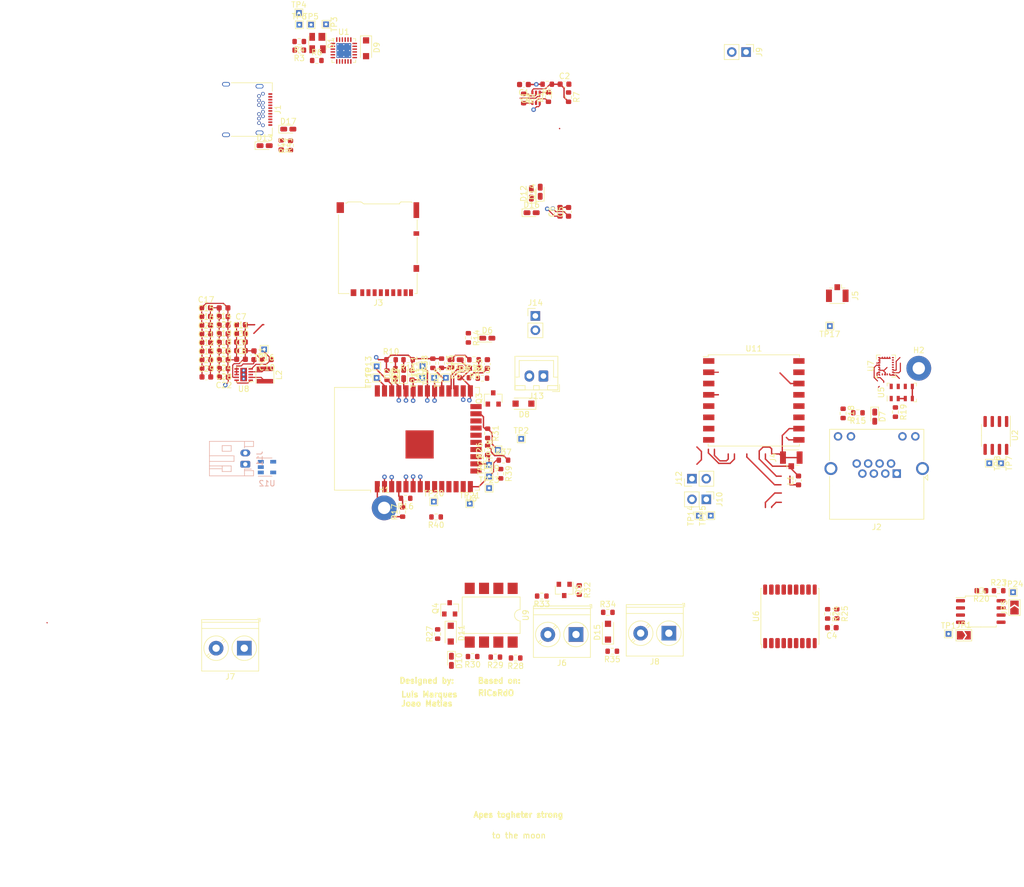
<source format=kicad_pcb>
(kicad_pcb (version 20171130) (host pcbnew 5.1.10-88a1d61d58~88~ubuntu20.04.1)
  (layers (0 F.Cu signal) (1 In1.Cu power hide) (2 In2.Cu power hide) (31 B.Cu signal hide) (34 B.Paste user) (35 F.Paste user hide) (36 B.SilkS user hide) (37 F.SilkS user hide) (38 B.Mask user) (39 F.Mask user hide) (44 Edge.Cuts user))
  (net 0 "")
  (net 1 +3V3)
  (net 2 GND)
  (net 3 "Net-(C1-Pad1)")
  (net 4 /EN)
  (net 5 "Net-(C3-Pad1)")
  (net 6 "Net-(C4-Pad1)")
  (net 7 "Net-(C5-Pad1)")
  (net 8 "Net-(C6-Pad1)")
  (net 9 VDD)
  (net 10 "Net-(C31-Pad2)")
  (net 11 /usb-c/usb_D+)
  (net 12 /usb-c/usb_D-)
  (net 13 /usb-c/usb_VBUS)
  (net 14 "Net-(D2-Pad2)")
  (net 15 /RXD)
  (net 16 "Net-(D3-Pad2)")
  (net 17 /TXD)
  (net 18 "Net-(D4-Pad2)")
  (net 19 /RADIO_RX)
  (net 20 "Net-(D5-Pad2)")
  (net 21 /RADIO_TX)
  (net 22 "Net-(D6-Pad2)")
  (net 23 "Net-(D7-Pad2)")
  (net 24 "Net-(D8-Pad1)")
  (net 25 /nukes/External_Supply)
  (net 26 "Net-(D10-Pad1)")
  (net 27 "Net-(D11-Pad2)")
  (net 28 "Net-(D11-Pad1)")
  (net 29 "Net-(D12-Pad1)")
  (net 30 "Net-(D13-Pad2)")
  (net 31 "Net-(D14-Pad1)")
  (net 32 "Net-(D15-Pad2)")
  (net 33 "Net-(D15-Pad1)")
  (net 34 "Net-(D16-Pad1)")
  (net 35 "Net-(D17-Pad2)")
  (net 36 "Net-(J1-PadB11)")
  (net 37 "Net-(J1-PadB10)")
  (net 38 "Net-(J1-PadB8)")
  (net 39 "Net-(J1-PadB5)")
  (net 40 "Net-(J1-PadB3)")
  (net 41 "Net-(J1-PadB2)")
  (net 42 "Net-(J1-PadA11)")
  (net 43 "Net-(J1-PadA8)")
  (net 44 "Net-(J1-PadA10)")
  (net 45 "Net-(J1-PadA5)")
  (net 46 "Net-(J1-PadA3)")
  (net 47 "Net-(J1-PadA2)")
  (net 48 "Net-(J2-Pad12)")
  (net 49 /CAN_RX)
  (net 50 "Net-(J2-Pad10)")
  (net 51 /CAN_TX)
  (net 52 "Net-(J2-Pad6)")
  (net 53 "Net-(J2-Pad4)")
  (net 54 /CAN_LOW)
  (net 55 "Net-(J2-Pad5)")
  (net 56 "Net-(J2-Pad3)")
  (net 57 /CAN_HIGH)
  (net 58 "Net-(J3-Pad10)")
  (net 59 /MISO)
  (net 60 /SCLK)
  (net 61 /MOSI)
  (net 62 /SD_CS)
  (net 63 "Net-(J3-Pad1)")
  (net 64 "Net-(J3-Pad8)")
  (net 65 "Net-(J3-Pad9)")
  (net 66 "Net-(J4-Pad1)")
  (net 67 "Net-(J5-Pad1)")
  (net 68 "Net-(J11-Pad1)")
  (net 69 "Net-(JP1-Pad1)")
  (net 70 "Net-(JP5-Pad2)")
  (net 71 "Net-(L2-Pad2)")
  (net 72 "Net-(L2-Pad1)")
  (net 73 /DTR)
  (net 74 "Net-(Q1-Pad2)")
  (net 75 "Net-(Q1-Pad5)")
  (net 76 /BOOT)
  (net 77 /RTS)
  (net 78 /Buzzer)
  (net 79 /Nuke1)
  (net 80 /Nuke2)
  (net 81 "Net-(R3-Pad2)")
  (net 82 "Net-(R6-Pad2)")
  (net 83 "Net-(R16-Pad2)")
  (net 84 "Net-(R20-Pad2)")
  (net 85 /SDA)
  (net 86 /SCL)
  (net 87 "Net-(R23-Pad2)")
  (net 88 "Net-(R24-Pad2)")
  (net 89 "Net-(R25-Pad2)")
  (net 90 /BARO_CS)
  (net 91 /Cont1)
  (net 92 "Net-(R29-Pad1)")
  (net 93 /FLASH_CS)
  (net 94 /Cont2)
  (net 95 "Net-(R34-Pad1)")
  (net 96 /IMU_CS)
  (net 97 /LORA_CS)
  (net 98 /MAG_CS)
  (net 99 /GPS/RXD)
  (net 100 /GPS/TXD)
  (net 101 "Net-(U1-Pad24)")
  (net 102 "Net-(U1-Pad22)")
  (net 103 "Net-(U1-Pad18)")
  (net 104 "Net-(U1-Pad17)")
  (net 105 "Net-(U1-Pad16)")
  (net 106 "Net-(U1-Pad15)")
  (net 107 "Net-(U1-Pad14)")
  (net 108 "Net-(U1-Pad13)")
  (net 109 "Net-(U1-Pad12)")
  (net 110 "Net-(U1-Pad11)")
  (net 111 "Net-(U1-Pad10)")
  (net 112 "Net-(U1-Pad1)")
  (net 113 "Net-(U2-Pad5)")
  (net 114 "Net-(U3-Pad32)")
  (net 115 /LORA_RESET)
  (net 116 "Net-(U3-Pad22)")
  (net 117 "Net-(U3-Pad21)")
  (net 118 "Net-(U3-Pad20)")
  (net 119 "Net-(U3-Pad19)")
  (net 120 "Net-(U3-Pad18)")
  (net 121 "Net-(U3-Pad17)")
  (net 122 /LORA_INT)
  (net 123 "Net-(U6-Pad18)")
  (net 124 "Net-(U6-Pad15)")
  (net 125 "Net-(U6-Pad13)")
  (net 126 "Net-(U6-Pad5)")
  (net 127 "Net-(U6-Pad4)")
  (net 128 "Net-(U7-Pad13)")
  (net 129 "Net-(U7-Pad12)")
  (net 130 "Net-(U7-Pad11)")
  (net 131 "Net-(U7-Pad10)")
  (net 132 "Net-(U7-Pad9)")
  (net 133 "Net-(U11-Pad16)")
  (net 134 "Net-(U11-Pad15)")
  (net 135 "Net-(U11-Pad12)")
  (net 136 "Net-(U11-Pad11)")
  (net 137 "Net-(U11-Pad7)")
  (net 138 "Net-(U12-Pad4)")
  (net 139 "Net-(D8-Pad2)")
  (module TestPoint:TestPoint_THTPad_1.0x1.0mm_Drill0.5mm (layer F.Cu) (at 31.65 81.44 90)
    (fp_text reference TP11 (at 0 -1.448 90) (layer F.SilkS))
    (fp_text value TestPoint)
    (pad 1 thru_hole rect (at 0 0 90) (size 1 1) (drill 0.5) (layers *.Cu *.Mask) (net 59 /MISO))
  )
  (module RF_GPS:ublox_MAX (layer F.Cu) (at 96.86 125.86 90)
    (fp_text reference U6 (at 0 -6 90) (layer F.SilkS))
    (fp_text value MAX-M8Q)
    (pad 1 smd roundrect (at -4.75 -4.4 90) (size 1.8 0.7) (layers F.Cu F.Paste F.Mask) (net 2 GND))
    (pad 2 smd roundrect (at -4.75 -3.3 90) (size 1.8 0.8) (layers F.Cu F.Paste F.Mask) (net 100 /GPS/TXD))
    (pad 3 smd roundrect (at -4.75 -2.2 90) (size 1.8 0.8) (layers F.Cu F.Paste F.Mask) (net 99 /GPS/RXD))
    (pad 4 smd roundrect (at -4.75 -1.1 90) (size 1.8 0.8) (layers F.Cu F.Paste F.Mask) (net 127 "Net-(U6-Pad4)"))
    (pad 5 smd roundrect (at -4.75 0 90) (size 1.8 0.8) (layers F.Cu F.Paste F.Mask) (net 126 "Net-(U6-Pad5)"))
    (pad 6 smd roundrect (at -4.75 1.1 90) (size 1.8 0.8) (layers F.Cu F.Paste F.Mask) (net 1 +3V3))
    (pad 7 smd roundrect (at -4.75 2.2 90) (size 1.8 0.8) (layers F.Cu F.Paste F.Mask) (net 1 +3V3))
    (pad 8 smd roundrect (at -4.75 3.3 90) (size 1.8 0.8) (layers F.Cu F.Paste F.Mask) (net 1 +3V3))
    (pad 9 smd roundrect (at -4.75 4.4 90) (size 1.8 0.7) (layers F.Cu F.Paste F.Mask) (net 88 "Net-(R24-Pad2)"))
    (pad 10 smd roundrect (at 4.75 4.4 90) (size 1.8 0.7) (layers F.Cu F.Paste F.Mask) (net 2 GND))
    (pad 11 smd roundrect (at 4.75 3.3 90) (size 1.8 0.8) (layers F.Cu F.Paste F.Mask) (net 66 "Net-(J4-Pad1)"))
    (pad 12 smd roundrect (at 4.75 2.2 90) (size 1.8 0.8) (layers F.Cu F.Paste F.Mask) (net 2 GND))
    (pad 13 smd roundrect (at 4.75 1.1 90) (size 1.8 0.8) (layers F.Cu F.Paste F.Mask) (net 125 "Net-(U6-Pad13)"))
    (pad 14 smd roundrect (at 4.75 0 90) (size 1.8 0.8) (layers F.Cu F.Paste F.Mask) (net 89 "Net-(R25-Pad2)"))
    (pad 15 smd roundrect (at 4.75 -1.1 90) (size 1.8 0.8) (layers F.Cu F.Paste F.Mask) (net 124 "Net-(U6-Pad15)"))
    (pad 16 smd roundrect (at 4.75 -2.2 90) (size 1.8 0.8) (layers F.Cu F.Paste F.Mask) (net 85 /SDA))
    (pad 17 smd roundrect (at 4.75 -3.3 90) (size 1.8 0.8) (layers F.Cu F.Paste F.Mask) (net 86 /SCL))
    (pad 18 smd roundrect (at 4.75 -4.4 90) (size 1.8 0.7) (layers F.Cu F.Paste F.Mask) (net 123 "Net-(U6-Pad18)"))
  )
  (module RF_Module:HOPERF_RFM9XW_SMD (layer F.Cu) (at 90.45 87.54)
    (fp_text reference U11 (at 0 -9.2) (layer F.SilkS))
    (fp_text value RFM95W-868S2)
    (pad 1 smd rect (at -8 -7) (size 2 1) (layers F.Cu F.Paste F.Mask) (net 2 GND))
    (pad 2 smd rect (at -8 -5) (size 2 1) (layers F.Cu F.Paste F.Mask) (net 59 /MISO))
    (pad 3 smd rect (at -8 -3) (size 2 1) (layers F.Cu F.Paste F.Mask) (net 61 /MOSI))
    (pad 4 smd rect (at -8 -1) (size 2 1) (layers F.Cu F.Paste F.Mask) (net 60 /SCLK))
    (pad 5 smd rect (at -8 1) (size 2 1) (layers F.Cu F.Paste F.Mask) (net 97 /LORA_CS))
    (pad 6 smd rect (at -8 3) (size 2 1) (layers F.Cu F.Paste F.Mask) (net 115 /LORA_RESET))
    (pad 7 smd rect (at -8 5) (size 2 1) (layers F.Cu F.Paste F.Mask) (net 137 "Net-(U11-Pad7)"))
    (pad 8 smd rect (at -8 7) (size 2 1) (layers F.Cu F.Paste F.Mask) (net 2 GND))
    (pad 9 smd rect (at 8 7) (size 2 1) (layers F.Cu F.Paste F.Mask) (net 67 "Net-(J5-Pad1)"))
    (pad 10 smd rect (at 8 5) (size 2 1) (layers F.Cu F.Paste F.Mask) (net 2 GND))
    (pad 11 smd rect (at 8 3) (size 2 1) (layers F.Cu F.Paste F.Mask) (net 136 "Net-(U11-Pad11)"))
    (pad 12 smd rect (at 8 1) (size 2 1) (layers F.Cu F.Paste F.Mask) (net 135 "Net-(U11-Pad12)"))
    (pad 13 smd rect (at 8 -1) (size 2 1) (layers F.Cu F.Paste F.Mask) (net 1 +3V3))
    (pad 14 smd rect (at 8 -3) (size 2 1) (layers F.Cu F.Paste F.Mask) (net 122 /LORA_INT))
    (pad 15 smd rect (at 8 -5) (size 2 1) (layers F.Cu F.Paste F.Mask) (net 134 "Net-(U11-Pad15)"))
    (pad 16 smd rect (at 8 -7) (size 2 1) (layers F.Cu F.Paste F.Mask) (net 133 "Net-(U11-Pad16)"))
  )
  (module Package_LGA:LGA-24L_3x3.5mm_P0.43mm (layer F.Cu) (at 113.91 81.44 90)
    (fp_text reference U7 (at 0 -2.7 90) (layer F.SilkS))
    (fp_text value LSM9DS1)
    (pad 13 smd rect (at 1.505 1.225 90) (size 0.23 0.35) (layers F.Cu F.Paste F.Mask) (net 128 "Net-(U7-Pad13)"))
    (pad 12 smd rect (at 1.075 1.225 90) (size 0.23 0.35) (layers F.Cu F.Paste F.Mask) (net 129 "Net-(U7-Pad12)"))
    (pad 11 smd rect (at 0.645 1.225 90) (size 0.23 0.35) (layers F.Cu F.Paste F.Mask) (net 130 "Net-(U7-Pad11)"))
    (pad 10 smd rect (at 0.215 1.225 90) (size 0.23 0.35) (layers F.Cu F.Paste F.Mask) (net 131 "Net-(U7-Pad10)"))
    (pad 9 smd rect (at -0.215 1.225 90) (size 0.23 0.35) (layers F.Cu F.Paste F.Mask) (net 132 "Net-(U7-Pad9)"))
    (pad 8 smd rect (at -0.645 1.225 90) (size 0.23 0.35) (layers F.Cu F.Paste F.Mask) (net 98 /MAG_CS))
    (pad 7 smd rect (at -1.075 1.225 90) (size 0.23 0.35) (layers F.Cu F.Paste F.Mask) (net 96 /IMU_CS))
    (pad 6 smd rect (at -1.505 1.225 90) (size 0.23 0.35) (layers F.Cu F.Paste F.Mask) (net 59 /MISO))
    (pad 18 smd rect (at 1.505 -1.225 90) (size 0.23 0.35) (layers F.Cu F.Paste F.Mask) (net 2 GND))
    (pad 19 smd rect (at 1.075 -1.225 90) (size 0.23 0.35) (layers F.Cu F.Paste F.Mask) (net 2 GND))
    (pad 20 smd rect (at 0.645 -1.225 90) (size 0.23 0.35) (layers F.Cu F.Paste F.Mask) (net 2 GND))
    (pad 21 smd rect (at 0.215 -1.225 90) (size 0.23 0.35) (layers F.Cu F.Paste F.Mask) (net 7 "Net-(C5-Pad1)"))
    (pad 22 smd rect (at -0.215 -1.225 90) (size 0.23 0.35) (layers F.Cu F.Paste F.Mask) (net 1 +3V3))
    (pad 23 smd rect (at -0.645 -1.225 90) (size 0.23 0.35) (layers F.Cu F.Paste F.Mask) (net 1 +3V3))
    (pad 24 smd rect (at -1.075 -1.225 90) (size 0.23 0.35) (layers F.Cu F.Paste F.Mask) (net 8 "Net-(C6-Pad1)"))
    (pad 14 smd rect (at 1.475 0.645 90) (size 0.35 0.23) (layers F.Cu F.Paste F.Mask) (net 2 GND))
    (pad 5 smd rect (at -1.475 0.645 90) (size 0.35 0.23) (layers F.Cu F.Paste F.Mask) (net 59 /MISO))
    (pad 15 smd rect (at 1.475 0.215 90) (size 0.35 0.23) (layers F.Cu F.Paste F.Mask) (net 2 GND))
    (pad 4 smd rect (at -1.475 0.215 90) (size 0.35 0.23) (layers F.Cu F.Paste F.Mask) (net 61 /MOSI))
    (pad 16 smd rect (at 1.475 -0.215 90) (size 0.35 0.23) (layers F.Cu F.Paste F.Mask) (net 2 GND))
    (pad 3 smd rect (at -1.475 -0.215 90) (size 0.35 0.23) (layers F.Cu F.Paste F.Mask) (net 1 +3V3))
    (pad 17 smd rect (at 1.475 -0.645 90) (size 0.35 0.23) (layers F.Cu F.Paste F.Mask) (net 2 GND))
    (pad 2 smd rect (at -1.475 -0.645 90) (size 0.35 0.23) (layers F.Cu F.Paste F.Mask) (net 60 /SCLK))
    (pad 1 smd rect (at -1.505 -1.225 90) (size 0.23 0.35) (layers F.Cu F.Paste F.Mask) (net 1 +3V3))
  )
  (module RF_Module:ESP32-WROOM-32 (layer F.Cu) (at 31.89 94.35 90)
    (fp_text reference U3 (at -10.61 8.43) (layer F.SilkS))
    (fp_text value ESP32-WROOM-32D)
    (pad 39 smd rect (at -1 -0.755 90) (size 5 5) (layers F.Cu F.Paste F.Mask) (net 2 GND))
    (pad 1 smd rect (at -8.5 -8.255 90) (size 2 0.9) (layers F.Cu F.Paste F.Mask) (net 2 GND))
    (pad 2 smd rect (at -8.5 -6.985 90) (size 2 0.9) (layers F.Cu F.Paste F.Mask) (net 1 +3V3))
    (pad 3 smd rect (at -8.5 -5.715 90) (size 2 0.9) (layers F.Cu F.Paste F.Mask) (net 4 /EN))
    (pad 4 smd rect (at -8.5 -4.445 90) (size 2 0.9) (layers F.Cu F.Paste F.Mask) (net 83 "Net-(R16-Pad2)"))
    (pad 5 smd rect (at -8.5 -3.175 90) (size 2 0.9) (layers F.Cu F.Paste F.Mask) (net 122 /LORA_INT))
    (pad 6 smd rect (at -8.5 -1.905 90) (size 2 0.9) (layers F.Cu F.Paste F.Mask) (net 91 /Cont1))
    (pad 7 smd rect (at -8.5 -0.635 90) (size 2 0.9) (layers F.Cu F.Paste F.Mask) (net 94 /Cont2))
    (pad 8 smd rect (at -8.5 0.635 90) (size 2 0.9) (layers F.Cu F.Paste F.Mask) (net 51 /CAN_TX))
    (pad 9 smd rect (at -8.5 1.905 90) (size 2 0.9) (layers F.Cu F.Paste F.Mask) (net 49 /CAN_RX))
    (pad 10 smd rect (at -8.5 3.175 90) (size 2 0.9) (layers F.Cu F.Paste F.Mask) (net 62 /SD_CS))
    (pad 11 smd rect (at -8.5 4.445 90) (size 2 0.9) (layers F.Cu F.Paste F.Mask) (net 79 /Nuke1))
    (pad 12 smd rect (at -8.5 5.715 90) (size 2 0.9) (layers F.Cu F.Paste F.Mask) (net 80 /Nuke2))
    (pad 13 smd rect (at -8.5 6.985 90) (size 2 0.9) (layers F.Cu F.Paste F.Mask) (net 98 /MAG_CS))
    (pad 14 smd rect (at -8.5 8.255 90) (size 2 0.9) (layers F.Cu F.Paste F.Mask) (net 96 /IMU_CS))
    (pad 15 smd rect (at -5.715 9.255 180) (size 2 0.9) (layers F.Cu F.Paste F.Mask) (net 2 GND))
    (pad 16 smd rect (at -4.445 9.255 180) (size 2 0.9) (layers F.Cu F.Paste F.Mask) (net 90 /BARO_CS))
    (pad 17 smd rect (at -3.175 9.255 180) (size 2 0.9) (layers F.Cu F.Paste F.Mask) (net 121 "Net-(U3-Pad17)"))
    (pad 18 smd rect (at -1.905 9.255 180) (size 2 0.9) (layers F.Cu F.Paste F.Mask) (net 120 "Net-(U3-Pad18)"))
    (pad 19 smd rect (at -0.635 9.255 180) (size 2 0.9) (layers F.Cu F.Paste F.Mask) (net 119 "Net-(U3-Pad19)"))
    (pad 20 smd rect (at 0.635 9.255 180) (size 2 0.9) (layers F.Cu F.Paste F.Mask) (net 118 "Net-(U3-Pad20)"))
    (pad 21 smd rect (at 1.905 9.255 180) (size 2 0.9) (layers F.Cu F.Paste F.Mask) (net 117 "Net-(U3-Pad21)"))
    (pad 22 smd rect (at 3.175 9.255 180) (size 2 0.9) (layers F.Cu F.Paste F.Mask) (net 116 "Net-(U3-Pad22)"))
    (pad 23 smd rect (at 4.445 9.255 180) (size 2 0.9) (layers F.Cu F.Paste F.Mask) (net 93 /FLASH_CS))
    (pad 24 smd rect (at 5.715 9.255 180) (size 2 0.9) (layers F.Cu F.Paste F.Mask) (net 78 /Buzzer))
    (pad 25 smd rect (at 8.5 8.255 90) (size 2 0.9) (layers F.Cu F.Paste F.Mask) (net 76 /BOOT))
    (pad 26 smd rect (at 8.5 6.985 90) (size 2 0.9) (layers F.Cu F.Paste F.Mask) (net 115 /LORA_RESET))
    (pad 27 smd rect (at 8.5 5.715 90) (size 2 0.9) (layers F.Cu F.Paste F.Mask) (net 19 /RADIO_RX))
    (pad 28 smd rect (at 8.5 4.445 90) (size 2 0.9) (layers F.Cu F.Paste F.Mask) (net 21 /RADIO_TX))
    (pad 29 smd rect (at 8.5 3.175 90) (size 2 0.9) (layers F.Cu F.Paste F.Mask) (net 97 /LORA_CS))
    (pad 30 smd rect (at 8.5 1.905 90) (size 2 0.9) (layers F.Cu F.Paste F.Mask) (net 60 /SCLK))
    (pad 31 smd rect (at 8.5 0.635 90) (size 2 0.9) (layers F.Cu F.Paste F.Mask) (net 59 /MISO))
    (pad 32 smd rect (at 8.5 -0.635 90) (size 2 0.9) (layers F.Cu F.Paste F.Mask) (net 114 "Net-(U3-Pad32)"))
    (pad 33 smd rect (at 8.5 -1.905 90) (size 2 0.9) (layers F.Cu F.Paste F.Mask) (net 85 /SDA))
    (pad 34 smd rect (at 8.5 -3.175 90) (size 2 0.9) (layers F.Cu F.Paste F.Mask) (net 17 /TXD))
    (pad 35 smd rect (at 8.5 -4.445 90) (size 2 0.9) (layers F.Cu F.Paste F.Mask) (net 15 /RXD))
    (pad 36 smd rect (at 8.5 -5.715 90) (size 2 0.9) (layers F.Cu F.Paste F.Mask) (net 86 /SCL))
    (pad 37 smd rect (at 8.5 -6.985 90) (size 2 0.9) (layers F.Cu F.Paste F.Mask) (net 61 /MOSI))
    (pad 38 smd rect (at 8.5 -8.255 90) (size 2 0.9) (layers F.Cu F.Paste F.Mask) (net 2 GND))
  )
  (module Connector_PinHeader_2.54mm:PinHeader_1x02_P2.54mm_Vertical (layer F.Cu) (at 51.68 72.54)
    (fp_text reference J14 (at 0 -2.33) (layer F.SilkS))
    (fp_text value Conn_01x02_Male)
    (pad 2 thru_hole oval (at 0 2.54) (size 1.7 1.7) (drill 1) (layers *.Cu *.Mask) (net 85 /SDA))
    (pad 1 thru_hole rect (at 0 0) (size 1.7 1.7) (drill 1) (layers *.Cu *.Mask) (net 86 /SCL))
  )
  (module TerminalBlock_Phoenix:TerminalBlock_Phoenix_PT-1,5-2-5.0-H_1x02_P5.00mm_Horizontal (layer F.Cu) (at 75.37 128.85 180)
    (fp_text reference J8 (at 2.5 -5.06) (layer F.SilkS))
    (fp_text value Screw_Terminal_01x02)
    (pad 2 thru_hole circle (at 5 0 180) (size 2.6 2.6) (drill 1.3) (layers *.Cu *.Mask) (net 25 /nukes/External_Supply))
    (pad 1 thru_hole rect (at 0 0 180) (size 2.6 2.6) (drill 1.3) (layers *.Cu *.Mask) (net 32 "Net-(D15-Pad2)"))
  )
  (module TerminalBlock_Phoenix:TerminalBlock_Phoenix_PT-1,5-2-5.0-H_1x02_P5.00mm_Horizontal (layer F.Cu) (at 0.02 131.51 180)
    (fp_text reference J7 (at 2.5 -5.06) (layer F.SilkS))
    (fp_text value Screw_Terminal_01x02)
    (pad 2 thru_hole circle (at 5 0 180) (size 2.6 2.6) (drill 1.3) (layers *.Cu *.Mask) (net 25 /nukes/External_Supply))
    (pad 1 thru_hole rect (at 0 0 180) (size 2.6 2.6) (drill 1.3) (layers *.Cu *.Mask) (net 2 GND))
  )
  (module TerminalBlock_Phoenix:TerminalBlock_Phoenix_PT-1,5-2-5.0-H_1x02_P5.00mm_Horizontal (layer F.Cu) (at 58.89 129.08 180)
    (fp_text reference J6 (at 2.5 -5.06) (layer F.SilkS))
    (fp_text value Screw_Terminal_01x02)
    (pad 2 thru_hole circle (at 5 0 180) (size 2.6 2.6) (drill 1.3) (layers *.Cu *.Mask) (net 25 /nukes/External_Supply))
    (pad 1 thru_hole rect (at 0 0 180) (size 2.6 2.6) (drill 1.3) (layers *.Cu *.Mask) (net 27 "Net-(D11-Pad2)"))
  )
  (module Connector_JST:JST_XH_B2B-XH-A_1x02_P2.50mm_Vertical (layer F.Cu) (at 53.11 83.21 180)
    (fp_text reference J13 (at 1.25 -3.55) (layer F.SilkS))
    (fp_text value Conn_01x02)
    (pad 2 thru_hole oval (at 2.5 0 180) (size 1.7 2) (drill 1) (layers *.Cu *.Mask) (net 139 "Net-(D8-Pad2)"))
    (pad 1 thru_hole roundrect (at 0 0 180) (size 1.7 2) (drill 1) (layers *.Cu *.Mask) (roundrect_rratio 0.147059) (net 1 +3V3))
  )
  (module Connector_Coaxial:U.FL_Hirose_U.FL-R-SMT-1_Vertical (layer F.Cu) (at 105.26 68.49 270)
    (fp_text reference J5 (at 0.475 -3.2 90) (layer F.SilkS))
    (fp_text value Conn_Coaxial)
    (pad 2 smd rect (at 0.475 -1.475 270) (size 2.2 1.05) (layers F.Cu F.Paste F.Mask) (net 2 GND))
    (pad 1 smd rect (at -1.05 0 270) (size 1.05 1) (layers F.Cu F.Paste F.Mask) (net 67 "Net-(J5-Pad1)"))
    (pad 2 smd rect (at 0.475 1.475 270) (size 2.2 1.05) (layers F.Cu F.Paste F.Mask) (net 2 GND))
  )
  (module TestPoint:TestPoint_THTPad_1.0x1.0mm_Drill0.5mm (layer F.Cu) (at 3.55 78.48 180)
    (fp_text reference TP16 (at 0 -1.448) (layer F.SilkS))
    (fp_text value TestPoint)
    (pad 1 thru_hole rect (at 0 0 180) (size 1 1) (drill 0.5) (layers *.Cu *.Mask) (net 9 VDD))
  )
  (module Package_TO_SOT_SMD:SOT-363_SC-70-6 (layer F.Cu) (at 51.8 33.82 90)
    (fp_text reference Q1 (at 0 -2 90) (layer F.SilkS))
    (fp_text value MMDT2222A)
    (pad 1 smd rect (at -0.95 -0.65 90) (size 0.65 0.4) (layers F.Cu F.Paste F.Mask) (net 77 /RTS))
    (pad 3 smd rect (at -0.95 0.65 90) (size 0.65 0.4) (layers F.Cu F.Paste F.Mask) (net 76 /BOOT))
    (pad 5 smd rect (at 0.95 0 90) (size 0.65 0.4) (layers F.Cu F.Paste F.Mask) (net 75 "Net-(Q1-Pad5)"))
    (pad 2 smd rect (at -0.95 0 90) (size 0.65 0.4) (layers F.Cu F.Paste F.Mask) (net 74 "Net-(Q1-Pad2)"))
    (pad 4 smd rect (at 0.95 0.65 90) (size 0.65 0.4) (layers F.Cu F.Paste F.Mask) (net 73 /DTR))
    (pad 6 smd rect (at 0.95 -0.65 90) (size 0.65 0.4) (layers F.Cu F.Paste F.Mask) (net 4 /EN))
  )
  (module Package_TO_SOT_SMD:SOT-143 (layer F.Cu) (at 13.02 24.11 270)
    (fp_text reference D1 (at 0.02 -2.38 90) (layer F.SilkS))
    (fp_text value SP0503BAHT)
    (pad 4 smd rect (at 1.1 -0.95 180) (size 1 1.4) (layers F.Cu F.Paste F.Mask) (net 11 /usb-c/usb_D+))
    (pad 3 smd rect (at 1.1 0.95 180) (size 1 1.4) (layers F.Cu F.Paste F.Mask) (net 12 /usb-c/usb_D-))
    (pad 2 smd rect (at -1.1 0.95 180) (size 1 1.4) (layers F.Cu F.Paste F.Mask) (net 13 /usb-c/usb_VBUS))
    (pad 1 smd rect (at -1.1 -0.77 180) (size 1.2 1.4) (layers F.Cu F.Paste F.Mask) (net 2 GND))
  )
  (module Package_DFN_QFN:QFN-24-1EP_4x4mm_P0.5mm_EP2.6x2.6mm_ThermalVias (layer F.Cu) (at 17.68 25.44)
    (fp_text reference U1 (at 0 -3.3) (layer F.SilkS))
    (fp_text value CP2102N-A01-GQFN24)
    (pad 1 smd roundrect (at -1.9375 -1.25) (size 0.825 0.25) (layers F.Cu F.Paste F.Mask) (net 112 "Net-(U1-Pad1)"))
    (pad 2 smd roundrect (at -1.9375 -0.75) (size 0.825 0.25) (layers F.Cu F.Paste F.Mask) (net 2 GND))
    (pad 3 smd roundrect (at -1.9375 -0.25) (size 0.825 0.25) (layers F.Cu F.Paste F.Mask) (net 11 /usb-c/usb_D+))
    (pad 4 smd roundrect (at -1.9375 0.25) (size 0.825 0.25) (layers F.Cu F.Paste F.Mask) (net 12 /usb-c/usb_D-))
    (pad 5 smd roundrect (at -1.9375 0.75) (size 0.825 0.25) (layers F.Cu F.Paste F.Mask) (net 1 +3V3))
    (pad 6 smd roundrect (at -1.9375 1.25) (size 0.825 0.25) (layers F.Cu F.Paste F.Mask) (net 1 +3V3))
    (pad 7 smd roundrect (at -1.25 1.9375) (size 0.25 0.825) (layers F.Cu F.Paste F.Mask) (net 13 /usb-c/usb_VBUS))
    (pad 8 smd roundrect (at -0.75 1.9375) (size 0.25 0.825) (layers F.Cu F.Paste F.Mask) (net 81 "Net-(R3-Pad2)"))
    (pad 9 smd roundrect (at -0.25 1.9375) (size 0.25 0.825) (layers F.Cu F.Paste F.Mask) (net 82 "Net-(R6-Pad2)"))
    (pad 10 smd roundrect (at 0.25 1.9375) (size 0.25 0.825) (layers F.Cu F.Paste F.Mask) (net 111 "Net-(U1-Pad10)"))
    (pad 11 smd roundrect (at 0.75 1.9375) (size 0.25 0.825) (layers F.Cu F.Paste F.Mask) (net 110 "Net-(U1-Pad11)"))
    (pad 12 smd roundrect (at 1.25 1.9375) (size 0.25 0.825) (layers F.Cu F.Paste F.Mask) (net 109 "Net-(U1-Pad12)"))
    (pad 13 smd roundrect (at 1.9375 1.25) (size 0.825 0.25) (layers F.Cu F.Paste F.Mask) (net 108 "Net-(U1-Pad13)"))
    (pad 14 smd roundrect (at 1.9375 0.75) (size 0.825 0.25) (layers F.Cu F.Paste F.Mask) (net 107 "Net-(U1-Pad14)"))
    (pad 15 smd roundrect (at 1.9375 0.25) (size 0.825 0.25) (layers F.Cu F.Paste F.Mask) (net 106 "Net-(U1-Pad15)"))
    (pad 16 smd roundrect (at 1.9375 -0.25) (size 0.825 0.25) (layers F.Cu F.Paste F.Mask) (net 105 "Net-(U1-Pad16)"))
    (pad 17 smd roundrect (at 1.9375 -0.75) (size 0.825 0.25) (layers F.Cu F.Paste F.Mask) (net 104 "Net-(U1-Pad17)"))
    (pad 18 smd roundrect (at 1.9375 -1.25) (size 0.825 0.25) (layers F.Cu F.Paste F.Mask) (net 103 "Net-(U1-Pad18)"))
    (pad 19 smd roundrect (at 1.25 -1.9375) (size 0.25 0.825) (layers F.Cu F.Paste F.Mask) (net 77 /RTS))
    (pad 20 smd roundrect (at 0.75 -1.9375) (size 0.25 0.825) (layers F.Cu F.Paste F.Mask) (net 15 /RXD))
    (pad 21 smd roundrect (at 0.25 -1.9375) (size 0.25 0.825) (layers F.Cu F.Paste F.Mask) (net 17 /TXD))
    (pad 22 smd roundrect (at -0.25 -1.9375) (size 0.25 0.825) (layers F.Cu F.Paste F.Mask) (net 102 "Net-(U1-Pad22)"))
    (pad 23 smd roundrect (at -0.75 -1.9375) (size 0.25 0.825) (layers F.Cu F.Paste F.Mask) (net 73 /DTR))
    (pad 24 smd roundrect (at -1.25 -1.9375) (size 0.25 0.825) (layers F.Cu F.Paste F.Mask) (net 101 "Net-(U1-Pad24)"))
    (pad 25 smd rect (at 0 0) (size 2.6 2.6) (layers F.Cu F.Mask) (net 2 GND))
    (pad 25 thru_hole circle (at -1.05 -1.05) (size 0.5 0.5) (drill 0.2) (layers *.Cu) (net 2 GND))
    (pad 25 thru_hole circle (at 0 -1.05) (size 0.5 0.5) (drill 0.2) (layers *.Cu) (net 2 GND))
    (pad 25 thru_hole circle (at 1.05 -1.05) (size 0.5 0.5) (drill 0.2) (layers *.Cu) (net 2 GND))
    (pad 25 thru_hole circle (at -1.05 0) (size 0.5 0.5) (drill 0.2) (layers *.Cu) (net 2 GND))
    (pad 25 thru_hole circle (at 0 0) (size 0.5 0.5) (drill 0.2) (layers *.Cu) (net 2 GND))
    (pad 25 thru_hole circle (at 1.05 0) (size 0.5 0.5) (drill 0.2) (layers *.Cu) (net 2 GND))
    (pad 25 thru_hole circle (at -1.05 1.05) (size 0.5 0.5) (drill 0.2) (layers *.Cu) (net 2 GND))
    (pad 25 thru_hole circle (at 0 1.05) (size 0.5 0.5) (drill 0.2) (layers *.Cu) (net 2 GND))
    (pad 25 thru_hole circle (at 1.05 1.05) (size 0.5 0.5) (drill 0.2) (layers *.Cu) (net 2 GND))
    (pad 25 smd rect (at 0 0) (size 2.6 2.6) (layers B.Cu) (net 2 GND))
  )
  (module Resistor_SMD:R_0603_1608Metric (layer F.Cu) (at 42.28 83.6)
    (fp_text reference R43 (at 0 -1.43) (layer F.SilkS))
    (fp_text value 1k)
    (pad 2 smd roundrect (at 0.825 0) (size 0.8 0.95) (layers F.Cu F.Paste F.Mask) (net 139 "Net-(D8-Pad2)"))
    (pad 1 smd roundrect (at -0.825 0) (size 0.8 0.95) (layers F.Cu F.Paste F.Mask) (net 1 +3V3))
  )
  (module MountingHole:MountingHole_2.2mm_M2_Pad (layer F.Cu) (at 119.73 81.83)
    (fp_text reference H2 (at 0 -3.2) (layer F.SilkS))
    (fp_text value MountingHole_Pad)
    (pad 1 thru_hole circle (at 0 0) (size 4.4 4.4) (drill 2.2) (layers *.Cu *.Mask) (net 2 GND))
  )
  (module MountingHole:MountingHole_2.2mm_M2_Pad (layer F.Cu) (at 24.85 106.61)
    (fp_text reference H1 (at 0 -3.2) (layer F.SilkS))
    (fp_text value MountingHole_Pad)
    (pad 1 thru_hole circle (at 0 0) (size 4.4 4.4) (drill 2.2) (layers *.Cu *.Mask) (net 2 GND))
  )
  (module TestPoint:TestPoint_THTPad_1.0x1.0mm_Drill0.5mm (layer F.Cu) (at 43.47 103.1)
    (fp_text reference TP23 (at 0 -1.448) (layer F.SilkS))
    (fp_text value TestPoint)
    (pad 1 thru_hole rect (at 0 0) (size 1 1) (drill 0.5) (layers *.Cu *.Mask) (net 98 /MAG_CS))
  )
  (module Package_TO_SOT_SMD:SOT-23-5 (layer B.Cu) (at 4.05 99.37)
    (fp_text reference U12 (at 0 2.9) (layer B.SilkS) (effects (justify mirror)))
    (fp_text value MAX40200AUK)
    (pad 5 smd rect (at 1.1 0.95) (size 1.06 0.65) (layers B.Cu B.Paste B.Mask) (net 9 VDD))
    (pad 4 smd rect (at 1.1 -0.95) (size 1.06 0.65) (layers B.Cu B.Paste B.Mask) (net 138 "Net-(U12-Pad4)"))
    (pad 3 smd rect (at -1.1 -0.95) (size 1.06 0.65) (layers B.Cu B.Paste B.Mask) (net 68 "Net-(J11-Pad1)"))
    (pad 2 smd rect (at -1.1 0) (size 1.06 0.65) (layers B.Cu B.Paste B.Mask) (net 2 GND))
    (pad 1 smd rect (at -1.1 0.95) (size 1.06 0.65) (layers B.Cu B.Paste B.Mask) (net 68 "Net-(J11-Pad1)"))
  )
  (module Package_DIP:SMDIP-8_W9.53mm (layer F.Cu) (at 43.84 125.66 270)
    (fp_text reference U9 (at 0 -6.14 90) (layer F.SilkS))
    (fp_text value LTV-827S)
    (pad 8 smd rect (at 4.765 -3.81 270) (size 2 1.78) (layers F.Cu F.Paste F.Mask) (net 27 "Net-(D11-Pad2)"))
    (pad 4 smd rect (at -4.765 3.81 270) (size 2 1.78) (layers F.Cu F.Paste F.Mask) (net 94 /Cont2))
    (pad 7 smd rect (at 4.765 -1.27 270) (size 2 1.78) (layers F.Cu F.Paste F.Mask) (net 92 "Net-(R29-Pad1)"))
    (pad 3 smd rect (at -4.765 1.27 270) (size 2 1.78) (layers F.Cu F.Paste F.Mask) (net 1 +3V3))
    (pad 6 smd rect (at 4.765 1.27 270) (size 2 1.78) (layers F.Cu F.Paste F.Mask) (net 32 "Net-(D15-Pad2)"))
    (pad 2 smd rect (at -4.765 -1.27 270) (size 2 1.78) (layers F.Cu F.Paste F.Mask) (net 91 /Cont1))
    (pad 5 smd rect (at 4.765 3.81 270) (size 2 1.78) (layers F.Cu F.Paste F.Mask) (net 95 "Net-(R34-Pad1)"))
    (pad 1 smd rect (at -4.765 -3.81 270) (size 2 1.78) (layers F.Cu F.Paste F.Mask) (net 1 +3V3))
  )
  (module iclr:VSON-10-1EP_2.5x2.5mm_Pitch0.5mm_ThermalPad (layer F.Cu) (at -0.09 82.95 180)
    (fp_text reference U8 (at 0 -2.55) (layer F.SilkS))
    (fp_text value TPS63031)
    (pad 11 thru_hole circle (at 0 0 180) (size 0.6 0.6) (drill 0.3) (layers *.Cu *.Mask))
    (pad 11 thru_hole circle (at 0 0.75 180) (size 0.6 0.6) (drill 0.3) (layers *.Cu *.Mask))
    (pad 11 thru_hole circle (at 0 -0.75 180) (size 0.6 0.6) (drill 0.3) (layers *.Cu *.Mask))
    (pad 11 smd rect (at 0.3 0.6 180) (size 0.6 1.2) (layers F.Cu F.Paste F.Mask))
    (pad 11 smd rect (at 0.3 -0.6 180) (size 0.6 1.2) (layers F.Cu F.Paste F.Mask))
    (pad 11 smd rect (at -0.3 0.6 180) (size 0.6 1.2) (layers F.Cu F.Paste F.Mask))
    (pad 11 smd rect (at -0.3 -0.6 180) (size 0.6 1.2) (layers F.Cu F.Paste F.Mask))
    (pad 10 smd rect (at 1.25 -1 180) (size 0.8 0.28) (layers F.Cu F.Paste F.Mask) (net 1 +3V3))
    (pad 9 smd rect (at 1.25 -0.5 180) (size 0.8 0.28) (layers F.Cu F.Paste F.Mask) (net 2 GND))
    (pad 8 smd rect (at 1.25 0 180) (size 0.8 0.28) (layers F.Cu F.Paste F.Mask) (net 10 "Net-(C31-Pad2)"))
    (pad 7 smd rect (at 1.25 0.5 180) (size 0.8 0.28) (layers F.Cu F.Paste F.Mask) (net 10 "Net-(C31-Pad2)"))
    (pad 6 smd rect (at 1.25 1 180) (size 0.8 0.28) (layers F.Cu F.Paste F.Mask) (net 10 "Net-(C31-Pad2)"))
    (pad 5 smd rect (at -1.25 1 180) (size 0.8 0.28) (layers F.Cu F.Paste F.Mask) (net 9 VDD))
    (pad 4 smd rect (at -1.25 0.5 180) (size 0.8 0.28) (layers F.Cu F.Paste F.Mask) (net 72 "Net-(L2-Pad1)"))
    (pad 3 smd rect (at -1.25 0 180) (size 0.8 0.28) (layers F.Cu F.Paste F.Mask) (net 2 GND))
    (pad 2 smd rect (at -1.25 -0.5 180) (size 0.8 0.28) (layers F.Cu F.Paste F.Mask) (net 71 "Net-(L2-Pad2)"))
    (pad 1 smd rect (at -1.25 -1 180) (size 0.8 0.28) (layers F.Cu F.Paste F.Mask) (net 1 +3V3))
  )
  (module Package_LGA:LGA-8_3x5mm_P1.25mm (layer F.Cu) (at 116.71 86.13 90)
    (fp_text reference U5 (at 0 -3.65 90) (layer F.SilkS))
    (fp_text value MS5607-02BA)
    (pad 4 smd rect (at -1.075 1.875 90) (size 0.95 0.55) (layers F.Cu F.Paste F.Mask) (net 90 /BARO_CS))
    (pad 1 smd rect (at -1.075 -1.875 90) (size 0.95 0.55) (layers F.Cu F.Paste F.Mask) (net 1 +3V3))
    (pad 2 smd rect (at -1.075 -0.625 90) (size 0.95 0.55) (layers F.Cu F.Paste F.Mask) (net 2 GND))
    (pad 3 smd rect (at -1.075 0.625 90) (size 0.95 0.55) (layers F.Cu F.Paste F.Mask) (net 2 GND))
    (pad 8 smd rect (at 1.075 -1.875 90) (size 0.95 0.55) (layers F.Cu F.Paste F.Mask) (net 60 /SCLK))
    (pad 7 smd rect (at 1.075 -0.625 90) (size 0.95 0.55) (layers F.Cu F.Paste F.Mask) (net 61 /MOSI))
    (pad 6 smd rect (at 1.075 0.625 90) (size 0.95 0.55) (layers F.Cu F.Paste F.Mask) (net 59 /MISO))
    (pad 5 smd rect (at 1.075 1.875 90) (size 0.95 0.55) (layers F.Cu F.Paste F.Mask) (net 90 /BARO_CS))
  )
  (module Package_SO:SOIC-8_5.275x5.275mm_P1.27mm (layer F.Cu) (at 130.73 125)
    (fp_text reference U4 (at 0 -3.59) (layer F.SilkS))
    (fp_text value W25Q128JVSIM_TR)
    (pad 1 smd roundrect (at -3.6 -1.905) (size 1.6 0.6) (layers F.Cu F.Paste F.Mask) (net 93 /FLASH_CS))
    (pad 2 smd roundrect (at -3.6 -0.635) (size 1.6 0.6) (layers F.Cu F.Paste F.Mask) (net 59 /MISO))
    (pad 3 smd roundrect (at -3.6 0.635) (size 1.6 0.6) (layers F.Cu F.Paste F.Mask) (net 84 "Net-(R20-Pad2)"))
    (pad 4 smd roundrect (at -3.6 1.905) (size 1.6 0.6) (layers F.Cu F.Paste F.Mask) (net 69 "Net-(JP1-Pad1)"))
    (pad 5 smd roundrect (at 3.6 1.905) (size 1.6 0.6) (layers F.Cu F.Paste F.Mask) (net 61 /MOSI))
    (pad 6 smd roundrect (at 3.6 0.635) (size 1.6 0.6) (layers F.Cu F.Paste F.Mask) (net 60 /SCLK))
    (pad 7 smd roundrect (at 3.6 -0.635) (size 1.6 0.6) (layers F.Cu F.Paste F.Mask) (net 87 "Net-(R23-Pad2)"))
    (pad 8 smd roundrect (at 3.6 -1.905) (size 1.6 0.6) (layers F.Cu F.Paste F.Mask) (net 70 "Net-(JP5-Pad2)"))
  )
  (module Package_SO:SOIC-8_3.9x4.9mm_P1.27mm (layer F.Cu) (at 133.41 93.75 270)
    (fp_text reference U2 (at 0 -3.4 90) (layer F.SilkS))
    (fp_text value SN65HVD230)
    (pad 1 smd roundrect (at -2.475 -1.905 270) (size 1.95 0.6) (layers F.Cu F.Paste F.Mask) (net 51 /CAN_TX))
    (pad 2 smd roundrect (at -2.475 -0.635 270) (size 1.95 0.6) (layers F.Cu F.Paste F.Mask) (net 2 GND))
    (pad 3 smd roundrect (at -2.475 0.635 270) (size 1.95 0.6) (layers F.Cu F.Paste F.Mask) (net 1 +3V3))
    (pad 4 smd roundrect (at -2.475 1.905 270) (size 1.95 0.6) (layers F.Cu F.Paste F.Mask) (net 49 /CAN_RX))
    (pad 5 smd roundrect (at 2.475 1.905 270) (size 1.95 0.6) (layers F.Cu F.Paste F.Mask) (net 113 "Net-(U2-Pad5)"))
    (pad 6 smd roundrect (at 2.475 0.635 270) (size 1.95 0.6) (layers F.Cu F.Paste F.Mask) (net 54 /CAN_LOW))
    (pad 7 smd roundrect (at 2.475 -0.635 270) (size 1.95 0.6) (layers F.Cu F.Paste F.Mask) (net 57 /CAN_HIGH))
    (pad 8 smd roundrect (at 2.475 -1.905 270) (size 1.95 0.6) (layers F.Cu F.Paste F.Mask) (net 2 GND))
  )
  (module TestPoint:TestPoint_THTPad_1.0x1.0mm_Drill0.5mm (layer F.Cu) (at 35.79 83.52 90)
    (fp_text reference TP25 (at 0 -1.448 90) (layer F.SilkS))
    (fp_text value TestPoint)
    (pad 1 thru_hole rect (at 0 0 90) (size 1 1) (drill 0.5) (layers *.Cu *.Mask) (net 97 /LORA_CS))
  )
  (module TestPoint:TestPoint_THTPad_1.0x1.0mm_Drill0.5mm (layer F.Cu) (at 136.46 121.58)
    (fp_text reference TP24 (at 0 -1.448) (layer F.SilkS))
    (fp_text value TestPoint)
    (pad 1 thru_hole rect (at 0 0) (size 1 1) (drill 0.5) (layers *.Cu *.Mask) (net 70 "Net-(JP5-Pad2)"))
  )
  (module TestPoint:TestPoint_THTPad_1.0x1.0mm_Drill0.5mm (layer F.Cu) (at 43.46 98.96 90)
    (fp_text reference TP22 (at 0 -1.448 90) (layer F.SilkS))
    (fp_text value TestPoint)
    (pad 1 thru_hole rect (at 0 0 90) (size 1 1) (drill 0.5) (layers *.Cu *.Mask) (net 90 /BARO_CS))
  )
  (module TestPoint:TestPoint_THTPad_1.0x1.0mm_Drill0.5mm (layer F.Cu) (at 40.04 105.85)
    (fp_text reference TP21 (at 0 -1.448) (layer F.SilkS))
    (fp_text value TestPoint)
    (pad 1 thru_hole rect (at 0 0) (size 1 1) (drill 0.5) (layers *.Cu *.Mask) (net 51 /CAN_TX))
  )
  (module TestPoint:TestPoint_THTPad_1.0x1.0mm_Drill0.5mm (layer F.Cu) (at 33.66 105.51)
    (fp_text reference TP20 (at 0 -1.448) (layer F.SilkS))
    (fp_text value TestPoint)
    (pad 1 thru_hole rect (at 0 0) (size 1 1) (drill 0.5) (layers *.Cu *.Mask) (net 49 /CAN_RX))
  )
  (module TestPoint:TestPoint_THTPad_1.0x1.0mm_Drill0.5mm (layer F.Cu) (at 43.46 101.03)
    (fp_text reference TP19 (at 0 -1.448) (layer F.SilkS))
    (fp_text value TestPoint)
    (pad 1 thru_hole rect (at 0 0) (size 1 1) (drill 0.5) (layers *.Cu *.Mask) (net 96 /IMU_CS))
  )
  (module TestPoint:TestPoint_THTPad_1.0x1.0mm_Drill0.5mm (layer F.Cu) (at 45.03 96.32 90)
    (fp_text reference TP18 (at 0 -1.448 90) (layer F.SilkS))
    (fp_text value TestPoint)
    (pad 1 thru_hole rect (at 0 0 90) (size 1 1) (drill 0.5) (layers *.Cu *.Mask) (net 93 /FLASH_CS))
  )
  (module TestPoint:TestPoint_THTPad_1.0x1.0mm_Drill0.5mm (layer F.Cu) (at 103.94 74.34 180)
    (fp_text reference TP17 (at 0 -1.448) (layer F.SilkS))
    (fp_text value TestPoint)
    (pad 1 thru_hole rect (at 0 0 180) (size 1 1) (drill 0.5) (layers *.Cu *.Mask) (net 1 +3V3))
  )
  (module TestPoint:TestPoint_THTPad_1.0x1.0mm_Drill0.5mm (layer F.Cu) (at 82.81 107.99 90)
    (fp_text reference TP15 (at 0 -1.448 90) (layer F.SilkS))
    (fp_text value TestPoint)
    (pad 1 thru_hole rect (at 0 0 90) (size 1 1) (drill 0.5) (layers *.Cu *.Mask) (net 100 /GPS/TXD))
  )
  (module TestPoint:TestPoint_THTPad_1.0x1.0mm_Drill0.5mm (layer F.Cu) (at 80.71 108 90)
    (fp_text reference TP14 (at 0 -1.448 90) (layer F.SilkS))
    (fp_text value TestPoint)
    (pad 1 thru_hole rect (at 0 0 90) (size 1 1) (drill 0.5) (layers *.Cu *.Mask) (net 99 /GPS/RXD))
  )
  (module TestPoint:TestPoint_THTPad_1.0x1.0mm_Drill0.5mm (layer F.Cu) (at 23.52 81.48 90)
    (fp_text reference TP13 (at 0 -1.448 90) (layer F.SilkS))
    (fp_text value TestPoint)
    (pad 1 thru_hole rect (at 0 0 90) (size 1 1) (drill 0.5) (layers *.Cu *.Mask) (net 86 /SCL))
  )
  (module TestPoint:TestPoint_THTPad_1.0x1.0mm_Drill0.5mm (layer F.Cu) (at 31.59 83.52 90)
    (fp_text reference TP12 (at 0 -1.448 90) (layer F.SilkS))
    (fp_text value TestPoint)
    (pad 1 thru_hole rect (at 0 0 90) (size 1 1) (drill 0.5) (layers *.Cu *.Mask) (net 85 /SDA))
  )
  (module TestPoint:TestPoint_THTPad_1.0x1.0mm_Drill0.5mm (layer F.Cu) (at 23.51 83.54 90)
    (fp_text reference TP10 (at 0 -1.448 90) (layer F.SilkS))
    (fp_text value TestPoint)
    (pad 1 thru_hole rect (at 0 0 90) (size 1 1) (drill 0.5) (layers *.Cu *.Mask) (net 61 /MOSI))
  )
  (module TestPoint:TestPoint_THTPad_1.0x1.0mm_Drill0.5mm (layer F.Cu) (at 33.72 83.53 90)
    (fp_text reference TP9 (at 0 -1.448 90) (layer F.SilkS))
    (fp_text value TestPoint)
    (pad 1 thru_hole rect (at 0 0 90) (size 1 1) (drill 0.5) (layers *.Cu *.Mask) (net 60 /SCLK))
  )
  (module TestPoint:TestPoint_THTPad_1.0x1.0mm_Drill0.5mm (layer F.Cu) (at 132.24 98.69 270)
    (fp_text reference TP8 (at 0 -1.448 90) (layer F.SilkS))
    (fp_text value TestPoint)
    (pad 1 thru_hole rect (at 0 0 270) (size 1 1) (drill 0.5) (layers *.Cu *.Mask) (net 54 /CAN_LOW))
  )
  (module TestPoint:TestPoint_THTPad_1.0x1.0mm_Drill0.5mm (layer F.Cu) (at 134.31 98.69 270)
    (fp_text reference TP7 (at 0 -1.448 90) (layer F.SilkS))
    (fp_text value TestPoint)
    (pad 1 thru_hole rect (at 0 0 270) (size 1 1) (drill 0.5) (layers *.Cu *.Mask) (net 57 /CAN_HIGH))
  )
  (module TestPoint:TestPoint_THTPad_1.0x1.0mm_Drill0.5mm (layer F.Cu) (at 9.79 20.86)
    (fp_text reference TP6 (at 0 -1.448) (layer F.SilkS))
    (fp_text value TestPoint)
    (pad 1 thru_hole rect (at 0 0) (size 1 1) (drill 0.5) (layers *.Cu *.Mask) (net 73 /DTR))
  )
  (module TestPoint:TestPoint_THTPad_1.0x1.0mm_Drill0.5mm (layer F.Cu) (at 11.87 20.85)
    (fp_text reference TP5 (at 0 -1.448) (layer F.SilkS))
    (fp_text value TestPoint)
    (pad 1 thru_hole rect (at 0 0) (size 1 1) (drill 0.5) (layers *.Cu *.Mask) (net 17 /TXD))
  )
  (module TestPoint:TestPoint_THTPad_1.0x1.0mm_Drill0.5mm (layer F.Cu) (at 9.72 18.77)
    (fp_text reference TP4 (at 0 -1.448) (layer F.SilkS))
    (fp_text value TestPoint)
    (pad 1 thru_hole rect (at 0 0) (size 1 1) (drill 0.5) (layers *.Cu *.Mask) (net 15 /RXD))
  )
  (module TestPoint:TestPoint_THTPad_1.0x1.0mm_Drill0.5mm (layer F.Cu) (at 14.53 20.78 270)
    (fp_text reference TP3 (at 0 -1.448 90) (layer F.SilkS))
    (fp_text value TestPoint)
    (pad 1 thru_hole rect (at 0 0 270) (size 1 1) (drill 0.5) (layers *.Cu *.Mask) (net 77 /RTS))
  )
  (module TestPoint:TestPoint_THTPad_1.0x1.0mm_Drill0.5mm (layer F.Cu) (at 49.17 94.35)
    (fp_text reference TP2 (at 0 -1.448) (layer F.SilkS))
    (fp_text value TestPoint)
    (pad 1 thru_hole rect (at 0 0) (size 1 1) (drill 0.5) (layers *.Cu *.Mask) (net 62 /SD_CS))
  )
  (module TestPoint:TestPoint_THTPad_1.0x1.0mm_Drill0.5mm (layer F.Cu) (at 125.01 128.97)
    (fp_text reference TP1 (at 0 -1.448) (layer F.SilkS))
    (fp_text value TestPoint)
    (pad 1 thru_hole rect (at 0 0) (size 1 1) (drill 0.5) (layers *.Cu *.Mask) (net 69 "Net-(JP1-Pad1)"))
  )
  (module Resistor_SMD:R_0603_1608Metric (layer F.Cu) (at 8.22 42.29 90)
    (fp_text reference R42 (at 0 -1.43 90) (layer F.SilkS))
    (fp_text value 5.1k)
    (pad 1 smd roundrect (at -0.825 0 90) (size 0.8 0.95) (layers F.Cu F.Paste F.Mask) (net 35 "Net-(D17-Pad2)"))
    (pad 2 smd roundrect (at 0.825 0 90) (size 0.8 0.95) (layers F.Cu F.Paste F.Mask) (net 45 "Net-(J1-PadA5)"))
  )
  (module Resistor_SMD:R_0603_1608Metric (layer F.Cu) (at 6.57 42.2 270)
    (fp_text reference R41 (at 0 -1.43 90) (layer F.SilkS))
    (fp_text value 5.1k)
    (pad 2 smd roundrect (at 0.825 0 270) (size 0.8 0.95) (layers F.Cu F.Paste F.Mask) (net 30 "Net-(D13-Pad2)"))
    (pad 1 smd roundrect (at -0.825 0 270) (size 0.8 0.95) (layers F.Cu F.Paste F.Mask) (net 39 "Net-(J1-PadB5)"))
  )
  (module Resistor_SMD:R_0603_1608Metric (layer F.Cu) (at 34.065 108.22 180)
    (fp_text reference R40 (at 0 -1.43) (layer F.SilkS))
    (fp_text value 10K)
    (pad 2 smd roundrect (at 0.825 0 180) (size 0.8 0.95) (layers F.Cu F.Paste F.Mask) (net 1 +3V3))
    (pad 1 smd roundrect (at -0.825 0 180) (size 0.8 0.95) (layers F.Cu F.Paste F.Mask) (net 62 /SD_CS))
  )
  (module Resistor_SMD:R_0603_1608Metric (layer F.Cu) (at 45.53 100.55 270)
    (fp_text reference R39 (at 0 -1.43 90) (layer F.SilkS))
    (fp_text value 10K)
    (pad 1 smd roundrect (at -0.825 0 270) (size 0.8 0.95) (layers F.Cu F.Paste F.Mask) (net 98 /MAG_CS))
    (pad 2 smd roundrect (at 0.825 0 270) (size 0.8 0.95) (layers F.Cu F.Paste F.Mask) (net 1 +3V3))
  )
  (module Resistor_SMD:R_0603_1608Metric (layer F.Cu) (at 33.48 80.95 90)
    (fp_text reference R38 (at 0 -1.43 90) (layer F.SilkS))
    (fp_text value 10K)
    (pad 2 smd roundrect (at 0.825 0 90) (size 0.8 0.95) (layers F.Cu F.Paste F.Mask) (net 1 +3V3))
    (pad 1 smd roundrect (at -0.825 0 90) (size 0.8 0.95) (layers F.Cu F.Paste F.Mask) (net 97 /LORA_CS))
  )
  (module Resistor_SMD:R_0603_1608Metric (layer F.Cu) (at 46.015 98.14)
    (fp_text reference R37 (at 0 -1.43) (layer F.SilkS))
    (fp_text value 10K)
    (pad 2 smd roundrect (at 0.825 0) (size 0.8 0.95) (layers F.Cu F.Paste F.Mask) (net 1 +3V3))
    (pad 1 smd roundrect (at -0.825 0) (size 0.8 0.95) (layers F.Cu F.Paste F.Mask) (net 96 /IMU_CS))
  )
  (module Resistor_SMD:R_0603_1608Metric (layer F.Cu) (at 65.33 132.05 180)
    (fp_text reference R35 (at 0 -1.43) (layer F.SilkS))
    (fp_text value 1K)
    (pad 1 smd roundrect (at -0.825 0 180) (size 0.8 0.95) (layers F.Cu F.Paste F.Mask) (net 34 "Net-(D16-Pad1)"))
    (pad 2 smd roundrect (at 0.825 0 180) (size 0.8 0.95) (layers F.Cu F.Paste F.Mask) (net 2 GND))
  )
  (module Resistor_SMD:R_0603_1608Metric (layer F.Cu) (at 64.545 125.15)
    (fp_text reference R34 (at 0 -1.43) (layer F.SilkS))
    (fp_text value 500)
    (pad 2 smd roundrect (at 0.825 0) (size 0.8 0.95) (layers F.Cu F.Paste F.Mask) (net 2 GND))
    (pad 1 smd roundrect (at -0.825 0) (size 0.8 0.95) (layers F.Cu F.Paste F.Mask) (net 95 "Net-(R34-Pad1)"))
  )
  (module Resistor_SMD:R_0603_1608Metric (layer F.Cu) (at 52.82 122.26 180)
    (fp_text reference R33 (at 0 -1.43) (layer F.SilkS))
    (fp_text value 500)
    (pad 1 smd roundrect (at -0.825 0 180) (size 0.8 0.95) (layers F.Cu F.Paste F.Mask) (net 94 /Cont2))
    (pad 2 smd roundrect (at 0.825 0 180) (size 0.8 0.95) (layers F.Cu F.Paste F.Mask) (net 2 GND))
  )
  (module Resistor_SMD:R_0603_1608Metric (layer F.Cu) (at 59.47 121.19 270)
    (fp_text reference R32 (at 0 -1.43 90) (layer F.SilkS))
    (fp_text value 1K)
    (pad 1 smd roundrect (at -0.825 0 270) (size 0.8 0.95) (layers F.Cu F.Paste F.Mask) (net 31 "Net-(D14-Pad1)"))
    (pad 2 smd roundrect (at 0.825 0 270) (size 0.8 0.95) (layers F.Cu F.Paste F.Mask) (net 33 "Net-(D15-Pad1)"))
  )
  (module Resistor_SMD:R_0603_1608Metric (layer F.Cu) (at 43.21 93.38 270)
    (fp_text reference R31 (at 0 -1.43 90) (layer F.SilkS))
    (fp_text value 10K)
    (pad 1 smd roundrect (at -0.825 0 270) (size 0.8 0.95) (layers F.Cu F.Paste F.Mask) (net 93 /FLASH_CS))
    (pad 2 smd roundrect (at 0.825 0 270) (size 0.8 0.95) (layers F.Cu F.Paste F.Mask) (net 1 +3V3))
  )
  (module Resistor_SMD:R_0603_1608Metric (layer F.Cu) (at 40.54 132.99 180)
    (fp_text reference R30 (at 0 -1.43) (layer F.SilkS))
    (fp_text value 1K)
    (pad 2 smd roundrect (at 0.825 0 180) (size 0.8 0.95) (layers F.Cu F.Paste F.Mask) (net 2 GND))
    (pad 1 smd roundrect (at -0.825 0 180) (size 0.8 0.95) (layers F.Cu F.Paste F.Mask) (net 29 "Net-(D12-Pad1)"))
  )
  (module Resistor_SMD:R_0603_1608Metric (layer F.Cu) (at 44.58 133.09 180)
    (fp_text reference R29 (at 0 -1.43) (layer F.SilkS))
    (fp_text value 500)
    (pad 2 smd roundrect (at 0.825 0 180) (size 0.8 0.95) (layers F.Cu F.Paste F.Mask) (net 2 GND))
    (pad 1 smd roundrect (at -0.825 0 180) (size 0.8 0.95) (layers F.Cu F.Paste F.Mask) (net 92 "Net-(R29-Pad1)"))
  )
  (module Resistor_SMD:R_0603_1608Metric (layer F.Cu) (at 48.18 133.25 180)
    (fp_text reference R28 (at 0 -1.43) (layer F.SilkS))
    (fp_text value 500)
    (pad 1 smd roundrect (at -0.825 0 180) (size 0.8 0.95) (layers F.Cu F.Paste F.Mask) (net 91 /Cont1))
    (pad 2 smd roundrect (at 0.825 0 180) (size 0.8 0.95) (layers F.Cu F.Paste F.Mask) (net 2 GND))
  )
  (module Resistor_SMD:R_0603_1608Metric (layer F.Cu) (at 34.34 129 90)
    (fp_text reference R27 (at 0 -1.43 90) (layer F.SilkS))
    (fp_text value 1K)
    (pad 1 smd roundrect (at -0.825 0 90) (size 0.8 0.95) (layers F.Cu F.Paste F.Mask) (net 26 "Net-(D10-Pad1)"))
    (pad 2 smd roundrect (at 0.825 0 90) (size 0.8 0.95) (layers F.Cu F.Paste F.Mask) (net 28 "Net-(D11-Pad1)"))
  )
  (module Resistor_SMD:R_0603_1608Metric (layer F.Cu) (at 43.2 96.4 90)
    (fp_text reference R26 (at 0 -1.43 90) (layer F.SilkS))
    (fp_text value 10K)
    (pad 1 smd roundrect (at -0.825 0 90) (size 0.8 0.95) (layers F.Cu F.Paste F.Mask) (net 90 /BARO_CS))
    (pad 2 smd roundrect (at 0.825 0 90) (size 0.8 0.95) (layers F.Cu F.Paste F.Mask) (net 1 +3V3))
  )
  (module Resistor_SMD:R_0603_1608Metric (layer F.Cu) (at 105.18 125.41 270)
    (fp_text reference R25 (at 0 -1.43 90) (layer F.SilkS))
    (fp_text value 10)
    (pad 1 smd roundrect (at -0.825 0 270) (size 0.8 0.95) (layers F.Cu F.Paste F.Mask) (net 6 "Net-(C4-Pad1)"))
    (pad 2 smd roundrect (at 0.825 0 270) (size 0.8 0.95) (layers F.Cu F.Paste F.Mask) (net 89 "Net-(R25-Pad2)"))
  )
  (module Resistor_SMD:R_0603_1608Metric (layer F.Cu) (at 103.55 125.42 270)
    (fp_text reference R24 (at 0 -1.43 90) (layer F.SilkS))
    (fp_text value 10K)
    (pad 1 smd roundrect (at -0.825 0 270) (size 0.8 0.95) (layers F.Cu F.Paste F.Mask) (net 1 +3V3))
    (pad 2 smd roundrect (at 0.825 0 270) (size 0.8 0.95) (layers F.Cu F.Paste F.Mask) (net 88 "Net-(R24-Pad2)"))
  )
  (module Resistor_SMD:R_0603_1608Metric (layer F.Cu) (at 133.9 121.31)
    (fp_text reference R23 (at 0 -1.43) (layer F.SilkS))
    (fp_text value 10K)
    (pad 1 smd roundrect (at -0.825 0) (size 0.8 0.95) (layers F.Cu F.Paste F.Mask) (net 70 "Net-(JP5-Pad2)"))
    (pad 2 smd roundrect (at 0.825 0) (size 0.8 0.95) (layers F.Cu F.Paste F.Mask) (net 87 "Net-(R23-Pad2)"))
  )
  (module Resistor_SMD:R_0603_1608Metric (layer F.Cu) (at 25.35 83.06 270)
    (fp_text reference R22 (at 0 -1.43 90) (layer F.SilkS))
    (fp_text value 4.7K)
    (pad 2 smd roundrect (at 0.825 0 270) (size 0.8 0.95) (layers F.Cu F.Paste F.Mask) (net 86 /SCL))
    (pad 1 smd roundrect (at -0.825 0 270) (size 0.8 0.95) (layers F.Cu F.Paste F.Mask) (net 1 +3V3))
  )
  (module Resistor_SMD:R_0603_1608Metric (layer F.Cu) (at 29.79 83.04 270)
    (fp_text reference R21 (at 0 -1.43 90) (layer F.SilkS))
    (fp_text value 4.7K)
    (pad 2 smd roundrect (at 0.825 0 270) (size 0.8 0.95) (layers F.Cu F.Paste F.Mask) (net 85 /SDA))
    (pad 1 smd roundrect (at -0.825 0 270) (size 0.8 0.95) (layers F.Cu F.Paste F.Mask) (net 1 +3V3))
  )
  (module Resistor_SMD:R_0603_1608Metric (layer F.Cu) (at 130.84 121.31 180)
    (fp_text reference R20 (at 0 -1.43) (layer F.SilkS))
    (fp_text value 10K)
    (pad 1 smd roundrect (at -0.825 0 180) (size 0.8 0.95) (layers F.Cu F.Paste F.Mask) (net 70 "Net-(JP5-Pad2)"))
    (pad 2 smd roundrect (at 0.825 0 180) (size 0.8 0.95) (layers F.Cu F.Paste F.Mask) (net 84 "Net-(R20-Pad2)"))
  )
  (module Resistor_SMD:R_0603_1608Metric (layer F.Cu) (at 115.58 89.61 270)
    (fp_text reference R19 (at 0 -1.43 90) (layer F.SilkS))
    (fp_text value 470)
    (pad 1 smd roundrect (at -0.825 0 270) (size 0.8 0.95) (layers F.Cu F.Paste F.Mask) (net 1 +3V3))
    (pad 2 smd roundrect (at 0.825 0 270) (size 0.8 0.95) (layers F.Cu F.Paste F.Mask) (net 50 "Net-(J2-Pad10)"))
  )
  (module Resistor_SMD:R_0603_1608Metric (layer F.Cu) (at 106.3 89.84 270)
    (fp_text reference R18 (at 0 -1.43 90) (layer F.SilkS))
    (fp_text value 470)
    (pad 1 smd roundrect (at -0.825 0 270) (size 0.8 0.95) (layers F.Cu F.Paste F.Mask) (net 1 +3V3))
    (pad 2 smd roundrect (at 0.825 0 270) (size 0.8 0.95) (layers F.Cu F.Paste F.Mask) (net 48 "Net-(J2-Pad12)"))
  )
  (module Resistor_SMD:R_0603_1608Metric (layer F.Cu) (at 28.12 107.34 90)
    (fp_text reference R17 (at 0 -1.43 90) (layer F.SilkS))
    (fp_text value 10K)
    (pad 2 smd roundrect (at 0.825 0 90) (size 0.8 0.95) (layers F.Cu F.Paste F.Mask) (net 83 "Net-(R16-Pad2)"))
    (pad 1 smd roundrect (at -0.825 0 90) (size 0.8 0.95) (layers F.Cu F.Paste F.Mask) (net 2 GND))
  )
  (module Resistor_SMD:R_0603_1608Metric (layer F.Cu) (at 28.65 104.91 180)
    (fp_text reference R16 (at 0 -1.43) (layer F.SilkS))
    (fp_text value 10K)
    (pad 2 smd roundrect (at 0.825 0 180) (size 0.8 0.95) (layers F.Cu F.Paste F.Mask) (net 83 "Net-(R16-Pad2)"))
    (pad 1 smd roundrect (at -0.825 0 180) (size 0.8 0.95) (layers F.Cu F.Paste F.Mask) (net 9 VDD))
  )
  (module Resistor_SMD:R_0603_1608Metric (layer F.Cu) (at 108.92 89.73 180)
    (fp_text reference R15 (at 0 -1.43) (layer F.SilkS))
    (fp_text value 470)
    (pad 1 smd roundrect (at -0.825 0 180) (size 0.8 0.95) (layers F.Cu F.Paste F.Mask) (net 52 "Net-(J2-Pad6)"))
    (pad 2 smd roundrect (at 0.825 0 180) (size 0.8 0.95) (layers F.Cu F.Paste F.Mask) (net 23 "Net-(D7-Pad2)"))
  )
  (module Resistor_SMD:R_0603_1608Metric (layer F.Cu) (at 39.79 76.43 270)
    (fp_text reference R14 (at 0 -1.43 90) (layer F.SilkS))
    (fp_text value 470)
    (pad 2 smd roundrect (at 0.825 0 270) (size 0.8 0.95) (layers F.Cu F.Paste F.Mask) (net 1 +3V3))
    (pad 1 smd roundrect (at -0.825 0 270) (size 0.8 0.95) (layers F.Cu F.Paste F.Mask) (net 22 "Net-(D6-Pad2)"))
  )
  (module Resistor_SMD:R_0603_1608Metric (layer F.Cu) (at 35.03 80.94 270)
    (fp_text reference R13 (at 0 -1.43 90) (layer F.SilkS))
    (fp_text value 470)
    (pad 2 smd roundrect (at 0.825 0 270) (size 0.8 0.95) (layers F.Cu F.Paste F.Mask) (net 20 "Net-(D5-Pad2)"))
    (pad 1 smd roundrect (at -0.825 0 270) (size 0.8 0.95) (layers F.Cu F.Paste F.Mask) (net 1 +3V3))
  )
  (module Resistor_SMD:R_0603_1608Metric (layer F.Cu) (at 40.79 80.31 180)
    (fp_text reference R12 (at 0 -1.43) (layer F.SilkS))
    (fp_text value 470)
    (pad 2 smd roundrect (at 0.825 0 180) (size 0.8 0.95) (layers F.Cu F.Paste F.Mask) (net 18 "Net-(D4-Pad2)"))
    (pad 1 smd roundrect (at -0.825 0 180) (size 0.8 0.95) (layers F.Cu F.Paste F.Mask) (net 1 +3V3))
  )
  (module Resistor_SMD:R_0603_1608Metric (layer F.Cu) (at 29.1 80.31 180)
    (fp_text reference R11 (at 0 -1.43) (layer F.SilkS))
    (fp_text value 470)
    (pad 2 smd roundrect (at 0.825 0 180) (size 0.8 0.95) (layers F.Cu F.Paste F.Mask) (net 16 "Net-(D3-Pad2)"))
    (pad 1 smd roundrect (at -0.825 0 180) (size 0.8 0.95) (layers F.Cu F.Paste F.Mask) (net 1 +3V3))
  )
  (module Resistor_SMD:R_0603_1608Metric (layer F.Cu) (at 26.07 80.31)
    (fp_text reference R10 (at 0 -1.43) (layer F.SilkS))
    (fp_text value 470)
    (pad 2 smd roundrect (at 0.825 0) (size 0.8 0.95) (layers F.Cu F.Paste F.Mask) (net 14 "Net-(D2-Pad2)"))
    (pad 1 smd roundrect (at -0.825 0) (size 0.8 0.95) (layers F.Cu F.Paste F.Mask) (net 1 +3V3))
  )
  (module Resistor_SMD:R_0603_1608Metric (layer F.Cu) (at 39.06 83.51)
    (fp_text reference R9 (at 0 -1.43) (layer F.SilkS))
    (fp_text value 470)
    (pad 2 smd roundrect (at 0.825 0) (size 0.8 0.95) (layers F.Cu F.Paste F.Mask) (net 5 "Net-(C3-Pad1)"))
    (pad 1 smd roundrect (at -0.825 0) (size 0.8 0.95) (layers F.Cu F.Paste F.Mask) (net 76 /BOOT))
  )
  (module Resistor_SMD:R_0603_1608Metric (layer F.Cu) (at 40.87 81.84 180)
    (fp_text reference R8 (at 0 -1.43) (layer F.SilkS))
    (fp_text value 10K)
    (pad 2 smd roundrect (at 0.825 0 180) (size 0.8 0.95) (layers F.Cu F.Paste F.Mask) (net 76 /BOOT))
    (pad 1 smd roundrect (at -0.825 0 180) (size 0.8 0.95) (layers F.Cu F.Paste F.Mask) (net 1 +3V3))
  )
  (module Resistor_SMD:R_0603_1608Metric (layer F.Cu) (at 57.57 33.71 270)
    (fp_text reference R7 (at 0 -1.43 90) (layer F.SilkS))
    (fp_text value 10K)
    (pad 2 smd roundrect (at 0.825 0 270) (size 0.8 0.95) (layers F.Cu F.Paste F.Mask) (net 4 /EN))
    (pad 1 smd roundrect (at -0.825 0 270) (size 0.8 0.95) (layers F.Cu F.Paste F.Mask) (net 1 +3V3))
  )
  (module Resistor_SMD:R_0603_1608Metric (layer F.Cu) (at 12.89 27.21)
    (fp_text reference R6 (at 0 -1.43) (layer F.SilkS))
    (fp_text value 1K)
    (pad 2 smd roundrect (at 0.825 0) (size 0.8 0.95) (layers F.Cu F.Paste F.Mask) (net 82 "Net-(R6-Pad2)"))
    (pad 1 smd roundrect (at -0.825 0) (size 0.8 0.95) (layers F.Cu F.Paste F.Mask) (net 1 +3V3))
  )
  (module Resistor_SMD:R_0603_1608Metric (layer F.Cu) (at 53.785 31.42 180)
    (fp_text reference R5 (at 0 -1.43) (layer F.SilkS))
    (fp_text value 470)
    (pad 1 smd roundrect (at -0.825 0 180) (size 0.8 0.95) (layers F.Cu F.Paste F.Mask) (net 4 /EN))
    (pad 2 smd roundrect (at 0.825 0 180) (size 0.8 0.95) (layers F.Cu F.Paste F.Mask) (net 3 "Net-(C1-Pad1)"))
  )
  (module Resistor_SMD:R_0603_1608Metric (layer F.Cu) (at 9.775 23.84 180)
    (fp_text reference R4 (at 0 -1.43) (layer F.SilkS))
    (fp_text value 43K)
    (pad 1 smd roundrect (at -0.825 0 180) (size 0.8 0.95) (layers F.Cu F.Paste F.Mask) (net 81 "Net-(R3-Pad2)"))
    (pad 2 smd roundrect (at 0.825 0 180) (size 0.8 0.95) (layers F.Cu F.Paste F.Mask) (net 2 GND))
  )
  (module Resistor_SMD:R_0603_1608Metric (layer F.Cu) (at 9.78 25.37 180)
    (fp_text reference R3 (at 0 -1.43) (layer F.SilkS))
    (fp_text value 22K)
    (pad 2 smd roundrect (at 0.825 0 180) (size 0.8 0.95) (layers F.Cu F.Paste F.Mask) (net 81 "Net-(R3-Pad2)"))
    (pad 1 smd roundrect (at -0.825 0 180) (size 0.8 0.95) (layers F.Cu F.Paste F.Mask) (net 13 /usb-c/usb_VBUS))
  )
  (module Resistor_SMD:R_0603_1608Metric (layer F.Cu) (at 49.6 33.95 270)
    (fp_text reference R2 (at 0 -1.43 90) (layer F.SilkS))
    (fp_text value 10K)
    (pad 2 smd roundrect (at 0.825 0 270) (size 0.8 0.95) (layers F.Cu F.Paste F.Mask) (net 77 /RTS))
    (pad 1 smd roundrect (at -0.825 0 270) (size 0.8 0.95) (layers F.Cu F.Paste F.Mask) (net 75 "Net-(Q1-Pad5)"))
  )
  (module Resistor_SMD:R_0603_1608Metric (layer F.Cu) (at 54 33.705 90)
    (fp_text reference R1 (at 0 -1.43 90) (layer F.SilkS))
    (fp_text value 10K)
    (pad 2 smd roundrect (at 0.825 0 90) (size 0.8 0.95) (layers F.Cu F.Paste F.Mask) (net 73 /DTR))
    (pad 1 smd roundrect (at -0.825 0 90) (size 0.8 0.95) (layers F.Cu F.Paste F.Mask) (net 74 "Net-(Q1-Pad2)"))
  )
  (module Package_TO_SOT_SMD:SOT-23 (layer F.Cu) (at 56.8 121.17 270)
    (fp_text reference Q5 (at 0 -2.5 90) (layer F.SilkS))
    (fp_text value PMV20ENR)
    (pad 1 smd rect (at -1 -0.95 270) (size 0.9 0.8) (layers F.Cu F.Paste F.Mask) (net 80 /Nuke2))
    (pad 2 smd rect (at -1 0.95 270) (size 0.9 0.8) (layers F.Cu F.Paste F.Mask) (net 2 GND))
    (pad 3 smd rect (at 1 0 270) (size 0.9 0.8) (layers F.Cu F.Paste F.Mask) (net 33 "Net-(D15-Pad1)"))
  )
  (module Package_TO_SOT_SMD:SOT-23 (layer F.Cu) (at 36.47 124.44 90)
    (fp_text reference Q4 (at 0 -2.5 90) (layer F.SilkS))
    (fp_text value PMV20ENR)
    (pad 1 smd rect (at -1 -0.95 90) (size 0.9 0.8) (layers F.Cu F.Paste F.Mask) (net 79 /Nuke1))
    (pad 2 smd rect (at -1 0.95 90) (size 0.9 0.8) (layers F.Cu F.Paste F.Mask) (net 2 GND))
    (pad 3 smd rect (at 1 0 90) (size 0.9 0.8) (layers F.Cu F.Paste F.Mask) (net 28 "Net-(D11-Pad1)"))
  )
  (module Package_TO_SOT_SMD:SOT-23 (layer F.Cu) (at 44.2 87.19 90)
    (fp_text reference Q3 (at 0 -2.5 90) (layer F.SilkS))
    (fp_text value PMV20ENR)
    (pad 3 smd rect (at 1 0 90) (size 0.9 0.8) (layers F.Cu F.Paste F.Mask) (net 24 "Net-(D8-Pad1)"))
    (pad 2 smd rect (at -1 0.95 90) (size 0.9 0.8) (layers F.Cu F.Paste F.Mask) (net 2 GND))
    (pad 1 smd rect (at -1 -0.95 90) (size 0.9 0.8) (layers F.Cu F.Paste F.Mask) (net 78 /Buzzer))
  )
  (module Inductor_SMD:L_Taiyo-Yuden_NR-30xx (layer F.Cu) (at 3.68 83.03 270)
    (fp_text reference L2 (at 0 -2.5 90) (layer F.SilkS))
    (fp_text value 1u5)
    (pad 2 smd rect (at 1.1 0 270) (size 0.8 2.9) (layers F.Cu F.Paste F.Mask) (net 71 "Net-(L2-Pad2)"))
    (pad 1 smd rect (at -1.1 0 270) (size 0.8 2.9) (layers F.Cu F.Paste F.Mask) (net 72 "Net-(L2-Pad1)"))
  )
  (module Inductor_SMD:L_0603_1608Metric (layer F.Cu) (at 98.38 101.74 90)
    (fp_text reference L1 (at 0 -1.43 90) (layer F.SilkS))
    (fp_text value 27nH)
    (pad 1 smd roundrect (at -0.7875 0 90) (size 0.875 0.95) (layers F.Cu F.Paste F.Mask) (net 6 "Net-(C4-Pad1)"))
    (pad 2 smd roundrect (at 0.7875 0 90) (size 0.875 0.95) (layers F.Cu F.Paste F.Mask) (net 66 "Net-(J4-Pad1)"))
  )
  (module Jumper:SolderJumper-2_P1.3mm_Open_TrianglePad1.0x1.5mm (layer F.Cu) (at 136.71 124.295 90)
    (fp_text reference JP5 (at 0 -1.8 90) (layer F.SilkS))
    (fp_text value SolderJumper_2_Open)
    (pad 2 smd custom (at 0.725 0 90) (size 0.3 0.3) (layers F.Cu F.Mask) (net 70 "Net-(JP5-Pad2)") (options (clearance outline) (anchor rect)) (primitives (gr_poly (pts (xy -0.65 -0.75) (xy 0.5 -0.75) (xy 0.5 0.75) (xy -0.65 0.75) (xy -0.15 0)) (width 0))))
    (pad 1 smd custom (at -0.725 0 90) (size 0.3 0.3) (layers F.Cu F.Mask) (net 1 +3V3) (options (clearance outline) (anchor rect)) (primitives (gr_poly (pts (xy -0.5 -0.75) (xy 0.5 -0.75) (xy 1 0) (xy 0.5 0.75) (xy -0.5 0.75)) (width 0))))
  )
  (module Jumper:SolderJumper-2_P1.3mm_Open_TrianglePad1.0x1.5mm (layer F.Cu) (at 127.725 129.22)
    (fp_text reference JP1 (at 0 -1.8) (layer F.SilkS))
    (fp_text value SolderJumper_2_Open)
    (pad 2 smd custom (at 0.725 0) (size 0.3 0.3) (layers F.Cu F.Mask) (net 2 GND) (options (clearance outline) (anchor rect)) (primitives (gr_poly (pts (xy -0.65 -0.75) (xy 0.5 -0.75) (xy 0.5 0.75) (xy -0.65 0.75) (xy -0.15 0)) (width 0))))
    (pad 1 smd custom (at -0.725 0) (size 0.3 0.3) (layers F.Cu F.Mask) (net 69 "Net-(JP1-Pad1)") (options (clearance outline) (anchor rect)) (primitives (gr_poly (pts (xy -0.5 -0.75) (xy 0.5 -0.75) (xy 1 0) (xy 0.5 0.75) (xy -0.5 0.75)) (width 0))))
  )
  (module Connector_PinHeader_2.54mm:PinHeader_1x02_P2.54mm_Vertical (layer F.Cu) (at 79.47 101.43 90)
    (fp_text reference J12 (at 0 -2.33 90) (layer F.SilkS))
    (fp_text value Conn_01x02_Male)
    (pad 1 thru_hole rect (at 0 0 90) (size 1.7 1.7) (drill 1) (layers *.Cu *.Mask) (net 19 /RADIO_RX))
    (pad 2 thru_hole oval (at 0 2.54 90) (size 1.7 1.7) (drill 1) (layers *.Cu *.Mask) (net 21 /RADIO_TX))
  )
  (module Connector_JST:JST_PH_S2B-PH-K_1x02_P2.00mm_Horizontal (layer B.Cu) (at 0.2 98.86 90)
    (fp_text reference J11 (at 1 2.55 270) (layer B.SilkS) (effects (justify mirror)))
    (fp_text value Conn_01x02_Male)
    (pad 2 thru_hole oval (at 2 0 90) (size 1.2 1.75) (drill 0.75) (layers *.Cu *.Mask) (net 2 GND))
    (pad 1 thru_hole roundrect (at 0 0 90) (size 1.2 1.75) (drill 0.75) (layers *.Cu *.Mask) (roundrect_rratio 0.208333) (net 68 "Net-(J11-Pad1)"))
  )
  (module Connector_PinHeader_2.54mm:PinHeader_1x02_P2.54mm_Vertical (layer F.Cu) (at 82.02 105.09 270)
    (fp_text reference J10 (at 0 -2.33 90) (layer F.SilkS))
    (fp_text value Conn_01x02_Male)
    (pad 1 thru_hole rect (at 0 0 270) (size 1.7 1.7) (drill 1) (layers *.Cu *.Mask) (net 5 "Net-(C3-Pad1)"))
    (pad 2 thru_hole oval (at 0 2.54 270) (size 1.7 1.7) (drill 1) (layers *.Cu *.Mask) (net 2 GND))
  )
  (module Connector_PinHeader_2.54mm:PinHeader_1x02_P2.54mm_Vertical (layer F.Cu) (at 89.08 25.71 270)
    (fp_text reference J9 (at 0 -2.33 90) (layer F.SilkS))
    (fp_text value Conn_01x02_Male)
    (pad 1 thru_hole rect (at 0 0 270) (size 1.7 1.7) (drill 1) (layers *.Cu *.Mask) (net 3 "Net-(C1-Pad1)"))
    (pad 2 thru_hole oval (at 0 2.54 270) (size 1.7 1.7) (drill 1) (layers *.Cu *.Mask) (net 2 GND))
  )
  (module Connector_Coaxial:U.FL_Hirose_U.FL-R-SMT-1_Vertical (layer F.Cu) (at 97.1 98.16 90)
    (fp_text reference J4 (at 0.475 -3.2 90) (layer F.SilkS))
    (fp_text value Conn_Coaxial)
    (pad 2 smd rect (at 0.475 -1.475 90) (size 2.2 1.05) (layers F.Cu F.Paste F.Mask) (net 2 GND))
    (pad 1 smd rect (at -1.05 0 90) (size 1.05 1) (layers F.Cu F.Paste F.Mask) (net 66 "Net-(J4-Pad1)"))
    (pad 2 smd rect (at 0.475 1.475 90) (size 2.2 1.05) (layers F.Cu F.Paste F.Mask) (net 2 GND))
  )
  (module Connector_Card:microSD_HC_Hirose_DM3AT-SF-PEJM5 (layer F.Cu) (at 23.73 60.69 180)
    (fp_text reference J3 (at -0.075 -9.525) (layer F.SilkS))
    (fp_text value Micro_SD_Card_Det)
    (pad 11 smd rect (at 6.675 7.375 180) (size 1.3 1.9) (layers F.Cu F.Paste F.Mask) (net 2 GND))
    (pad 11 smd rect (at -6.825 6.925 180) (size 1 2.8) (layers F.Cu F.Paste F.Mask) (net 2 GND))
    (pad 10 smd rect (at -6.825 2.775 180) (size 1 0.8) (layers F.Cu F.Paste F.Mask) (net 58 "Net-(J3-Pad10)"))
    (pad 11 smd rect (at -6.825 -3.425 180) (size 1 1.2) (layers F.Cu F.Paste F.Mask) (net 2 GND))
    (pad 11 smd rect (at 4.325 -7.725 180) (size 1 1.2) (layers F.Cu F.Paste F.Mask) (net 2 GND))
    (pad 7 smd rect (at -3.825 -7.725 180) (size 0.7 1.2) (layers F.Cu F.Paste F.Mask) (net 59 /MISO))
    (pad 6 smd rect (at -2.725 -7.725 180) (size 0.7 1.2) (layers F.Cu F.Paste F.Mask) (net 2 GND))
    (pad 5 smd rect (at -1.625 -7.725 180) (size 0.7 1.2) (layers F.Cu F.Paste F.Mask) (net 60 /SCLK))
    (pad 4 smd rect (at -0.525 -7.725 180) (size 0.7 1.2) (layers F.Cu F.Paste F.Mask) (net 1 +3V3))
    (pad 3 smd rect (at 0.575 -7.725 180) (size 0.7 1.2) (layers F.Cu F.Paste F.Mask) (net 61 /MOSI))
    (pad 2 smd rect (at 1.675 -7.725 180) (size 0.7 1.2) (layers F.Cu F.Paste F.Mask) (net 62 /SD_CS))
    (pad 1 smd rect (at 2.775 -7.725 180) (size 0.7 1.2) (layers F.Cu F.Paste F.Mask) (net 63 "Net-(J3-Pad1)"))
    (pad 8 smd rect (at -4.925 -7.725 180) (size 0.7 1.2) (layers F.Cu F.Paste F.Mask) (net 64 "Net-(J3-Pad8)"))
    (pad 9 smd rect (at -5.875 -7.725 180) (size 0.7 1.2) (layers F.Cu F.Paste F.Mask) (net 65 "Net-(J3-Pad9)"))
  )
  (module Connector_RJ:RJ45_Amphenol_RJHSE538X (layer F.Cu) (at 115.82 100.52 180)
    (fp_text reference J2 (at 3.56 -9.5) (layer F.SilkS))
    (fp_text value 8P8C_LED)
    (pad 12 thru_hole circle (at 10.42 6.6 180) (size 1.5 1.5) (drill 0.89) (layers *.Cu *.Mask) (net 48 "Net-(J2-Pad12)"))
    (pad 11 thru_hole circle (at 8.13 6.6 180) (size 1.5 1.5) (drill 0.89) (layers *.Cu *.Mask) (net 49 /CAN_RX))
    (pad 10 thru_hole circle (at -1.01 6.6 180) (size 1.5 1.5) (drill 0.89) (layers *.Cu *.Mask) (net 50 "Net-(J2-Pad10)"))
    (pad 9 thru_hole circle (at -3.3 6.6 180) (size 1.5 1.5) (drill 0.89) (layers *.Cu *.Mask) (net 51 /CAN_TX))
    (pad SH thru_hole circle (at -4.57 0.89 180) (size 2.3 2.3) (drill 1.57) (layers *.Cu *.Mask))
    (pad SH thru_hole circle (at 11.69 0.89 180) (size 2.3 2.3) (drill 1.57) (layers *.Cu *.Mask))
    (pad "" np_thru_hole circle (at 9.91 -2.54 180) (size 3.25 3.25) (drill 3.25) (layers *.Cu *.Mask))
    (pad "" np_thru_hole circle (at -2.79 -2.54 180) (size 3.25 3.25) (drill 3.25) (layers *.Cu *.Mask))
    (pad 8 thru_hole circle (at 7.112 1.78 180) (size 1.5 1.5) (drill 0.89) (layers *.Cu *.Mask) (net 2 GND))
    (pad 6 thru_hole circle (at 5.08 1.78 180) (size 1.5 1.5) (drill 0.89) (layers *.Cu *.Mask) (net 52 "Net-(J2-Pad6)"))
    (pad 4 thru_hole circle (at 3.048 1.78 180) (size 1.5 1.5) (drill 0.89) (layers *.Cu *.Mask) (net 53 "Net-(J2-Pad4)"))
    (pad 2 thru_hole circle (at 1.016 1.78 180) (size 1.5 1.5) (drill 0.89) (layers *.Cu *.Mask) (net 54 /CAN_LOW))
    (pad 7 thru_hole circle (at 6.096 0 180) (size 1.5 1.5) (drill 0.89) (layers *.Cu *.Mask) (net 1 +3V3))
    (pad 5 thru_hole circle (at 4.064 0 180) (size 1.5 1.5) (drill 0.89) (layers *.Cu *.Mask) (net 55 "Net-(J2-Pad5)"))
    (pad 3 thru_hole circle (at 2.032 0 180) (size 1.5 1.5) (drill 0.89) (layers *.Cu *.Mask) (net 56 "Net-(J2-Pad3)"))
    (pad 1 thru_hole rect (at 0 0 180) (size 1.5 1.5) (drill 0.89) (layers *.Cu *.Mask) (net 57 /CAN_HIGH))
  )
  (module Connector_USB:USB_C_Receptacle_Amphenol_12401548E4-2A (layer F.Cu) (at -0.38 35.91 270)
    (fp_text reference J1 (at 0 -6.36 90) (layer F.SilkS))
    (fp_text value USB_C_Receptacle)
    (pad B11 thru_hole circle (at -2.4 -3.01 270) (size 0.65 0.65) (drill 0.4) (layers *.Cu *.Mask) (net 36 "Net-(J1-PadB11)"))
    (pad B10 thru_hole circle (at -1.6 -3.01 270) (size 0.65 0.65) (drill 0.4) (layers *.Cu *.Mask) (net 37 "Net-(J1-PadB10)"))
    (pad B8 thru_hole circle (at -0.8 -3.01 270) (size 0.65 0.65) (drill 0.4) (layers *.Cu *.Mask) (net 38 "Net-(J1-PadB8)"))
    (pad B5 thru_hole circle (at 0.8 -3.01 270) (size 0.65 0.65) (drill 0.4) (layers *.Cu *.Mask) (net 39 "Net-(J1-PadB5)"))
    (pad B3 thru_hole circle (at 1.6 -3.01 270) (size 0.65 0.65) (drill 0.4) (layers *.Cu *.Mask) (net 40 "Net-(J1-PadB3)"))
    (pad B2 thru_hole circle (at 2.4 -3.01 270) (size 0.65 0.65) (drill 0.4) (layers *.Cu *.Mask) (net 41 "Net-(J1-PadB2)"))
    (pad B12 thru_hole circle (at -2.8 -3.71 270) (size 0.65 0.65) (drill 0.4) (layers *.Cu *.Mask) (net 2 GND))
    (pad B9 thru_hole circle (at -1.2 -3.71 270) (size 0.65 0.65) (drill 0.4) (layers *.Cu *.Mask) (net 13 /usb-c/usb_VBUS))
    (pad B7 thru_hole circle (at -0.4 -3.71 270) (size 0.65 0.65) (drill 0.4) (layers *.Cu *.Mask) (net 12 /usb-c/usb_D-))
    (pad B6 thru_hole circle (at 0.4 -3.71 270) (size 0.65 0.65) (drill 0.4) (layers *.Cu *.Mask) (net 11 /usb-c/usb_D+))
    (pad B4 thru_hole circle (at 1.2 -3.71 270) (size 0.65 0.65) (drill 0.4) (layers *.Cu *.Mask) (net 13 /usb-c/usb_VBUS))
    (pad B1 thru_hole circle (at 2.8 -3.71 270) (size 0.65 0.65) (drill 0.4) (layers *.Cu *.Mask) (net 2 GND))
    (pad "" np_thru_hole circle (at -3.6 -4.36 270) (size 0.65 0.65) (drill 0.65) (layers *.Cu *.Mask))
    (pad "" np_thru_hole oval (at 3.6 -4.36 270) (size 0.95 0.65) (drill oval 0.95 0.65) (layers *.Cu *.Mask))
    (pad S1 thru_hole oval (at -4.49 2.84 270) (size 0.8 1.4) (drill oval 0.5 1.1) (layers *.Cu *.Mask) (net 2 GND))
    (pad S1 thru_hole oval (at 4.49 2.84 270) (size 0.8 1.4) (drill oval 0.5 1.1) (layers *.Cu *.Mask) (net 2 GND))
    (pad S1 thru_hole oval (at 4.13 -3.11 270) (size 0.8 1.4) (drill oval 0.5 1.1) (layers *.Cu *.Mask) (net 2 GND))
    (pad A11 smd rect (at 2.25 -5.02 270) (size 0.3 0.7) (layers F.Cu F.Paste F.Mask) (net 42 "Net-(J1-PadA11)"))
    (pad A8 smd rect (at 0.75 -5.02 270) (size 0.3 0.7) (layers F.Cu F.Paste F.Mask) (net 43 "Net-(J1-PadA8)"))
    (pad A9 smd rect (at 1.25 -5.02 270) (size 0.3 0.7) (layers F.Cu F.Paste F.Mask) (net 13 /usb-c/usb_VBUS))
    (pad A10 smd rect (at 1.75 -5.02 270) (size 0.3 0.7) (layers F.Cu F.Paste F.Mask) (net 44 "Net-(J1-PadA10)"))
    (pad A12 smd rect (at 2.75 -5.02 270) (size 0.3 0.7) (layers F.Cu F.Paste F.Mask) (net 2 GND))
    (pad A7 smd rect (at 0.25 -5.02 270) (size 0.3 0.7) (layers F.Cu F.Paste F.Mask) (net 12 /usb-c/usb_D-))
    (pad A6 smd rect (at -0.25 -5.02 270) (size 0.3 0.7) (layers F.Cu F.Paste F.Mask) (net 11 /usb-c/usb_D+))
    (pad A5 smd rect (at -0.75 -5.02 270) (size 0.3 0.7) (layers F.Cu F.Paste F.Mask) (net 45 "Net-(J1-PadA5)"))
    (pad A4 smd rect (at -1.25 -5.02 270) (size 0.3 0.7) (layers F.Cu F.Paste F.Mask) (net 13 /usb-c/usb_VBUS))
    (pad A3 smd rect (at -1.75 -5.02 270) (size 0.3 0.7) (layers F.Cu F.Paste F.Mask) (net 46 "Net-(J1-PadA3)"))
    (pad A2 smd rect (at -2.25 -5.02 270) (size 0.3 0.7) (layers F.Cu F.Paste F.Mask) (net 47 "Net-(J1-PadA2)"))
    (pad A1 smd rect (at -2.75 -5.02 270) (size 0.3 0.7) (layers F.Cu F.Paste F.Mask) (net 2 GND))
    (pad S1 thru_hole oval (at -4.13 -3.11 270) (size 0.8 1.4) (drill oval 0.5 1.1) (layers *.Cu *.Mask) (net 2 GND))
  )
  (module LED_SMD:LED_0603_1608Metric_Castellated (layer F.Cu) (at 7.83 39.39)
    (fp_text reference D17 (at 0 -1.38) (layer F.SilkS))
    (fp_text value up_led)
    (pad 1 smd roundrect (at -0.8125 0) (size 1.225 0.85) (layers F.Cu F.Paste F.Mask) (net 2 GND))
    (pad 2 smd roundrect (at 0.8125 0) (size 1.225 0.85) (layers F.Cu F.Paste F.Mask) (net 35 "Net-(D17-Pad2)"))
  )
  (module LED_SMD:LED_0603_1608Metric_Castellated (layer F.Cu) (at 51.01 54.22)
    (fp_text reference D16 (at 0 -1.38) (layer F.SilkS))
    (fp_text value CONTINUITY)
    (pad 1 smd roundrect (at -0.8125 0) (size 1.225 0.85) (layers F.Cu F.Paste F.Mask) (net 34 "Net-(D16-Pad1)"))
    (pad 2 smd roundrect (at 0.8125 0) (size 1.225 0.85) (layers F.Cu F.Paste F.Mask) (net 32 "Net-(D15-Pad2)"))
  )
  (module Diode_SMD:D_SOD-123F (layer F.Cu) (at 64.57 128.58 90)
    (fp_text reference D15 (at -0.127 -1.905 90) (layer F.SilkS))
    (fp_text value D_Schottky)
    (pad 1 smd rect (at -1.4 0 90) (size 1.1 1.1) (layers F.Cu F.Paste F.Mask) (net 33 "Net-(D15-Pad1)"))
    (pad 2 smd rect (at 1.4 0 90) (size 1.1 1.1) (layers F.Cu F.Paste F.Mask) (net 32 "Net-(D15-Pad2)"))
  )
  (module LED_SMD:LED_0603_1608Metric_Castellated (layer F.Cu) (at 52.54 50.5 90)
    (fp_text reference D14 (at 0 -1.38 90) (layer F.SilkS))
    (fp_text value FIRING)
    (pad 1 smd roundrect (at -0.8125 0 90) (size 1.225 0.85) (layers F.Cu F.Paste F.Mask) (net 31 "Net-(D14-Pad1)"))
    (pad 2 smd roundrect (at 0.8125 0 90) (size 1.225 0.85) (layers F.Cu F.Paste F.Mask) (net 25 /nukes/External_Supply))
  )
  (module LED_SMD:LED_0603_1608Metric_Castellated (layer F.Cu) (at 3.63 42.32)
    (fp_text reference D13 (at 0 -1.38) (layer F.SilkS))
    (fp_text value down_led)
    (pad 1 smd roundrect (at -0.8125 0) (size 1.225 0.85) (layers F.Cu F.Paste F.Mask) (net 2 GND))
    (pad 2 smd roundrect (at 0.8125 0) (size 1.225 0.85) (layers F.Cu F.Paste F.Mask) (net 30 "Net-(D13-Pad2)"))
  )
  (module LED_SMD:LED_0603_1608Metric_Castellated (layer F.Cu) (at 50.97 50.82 90)
    (fp_text reference D12 (at 0 -1.38 90) (layer F.SilkS))
    (fp_text value CONTINUITY)
    (pad 2 smd roundrect (at 0.8125 0 90) (size 1.225 0.85) (layers F.Cu F.Paste F.Mask) (net 27 "Net-(D11-Pad2)"))
    (pad 1 smd roundrect (at -0.8125 0 90) (size 1.225 0.85) (layers F.Cu F.Paste F.Mask) (net 29 "Net-(D12-Pad1)"))
  )
  (module Diode_SMD:D_SOD-123F (layer F.Cu) (at 36.66 128.93 270)
    (fp_text reference D11 (at -0.127 -1.905 90) (layer F.SilkS))
    (fp_text value D_Schottky)
    (pad 2 smd rect (at 1.4 0 270) (size 1.1 1.1) (layers F.Cu F.Paste F.Mask) (net 27 "Net-(D11-Pad2)"))
    (pad 1 smd rect (at -1.4 0 270) (size 1.1 1.1) (layers F.Cu F.Paste F.Mask) (net 28 "Net-(D11-Pad1)"))
  )
  (module LED_SMD:LED_0603_1608Metric_Castellated (layer F.Cu) (at 36.78 133.75 270)
    (fp_text reference D10 (at 0 -1.38 90) (layer F.SilkS))
    (fp_text value FIRING)
    (pad 1 smd roundrect (at -0.8125 0 270) (size 1.225 0.85) (layers F.Cu F.Paste F.Mask) (net 26 "Net-(D10-Pad1)"))
    (pad 2 smd roundrect (at 0.8125 0 270) (size 1.225 0.85) (layers F.Cu F.Paste F.Mask) (net 25 /nukes/External_Supply))
  )
  (module Diode_SMD:D_SOD-123F (layer F.Cu) (at 21.63 25.04 270)
    (fp_text reference D9 (at -0.127 -1.905 90) (layer F.SilkS))
    (fp_text value D_Schottky)
    (pad 1 smd rect (at -1.4 0 270) (size 1.1 1.1) (layers F.Cu F.Paste F.Mask) (net 9 VDD))
    (pad 2 smd rect (at 1.4 0 270) (size 1.1 1.1) (layers F.Cu F.Paste F.Mask) (net 13 /usb-c/usb_VBUS))
  )
  (module Diode_SMD:D_SOD-123F (layer F.Cu) (at 49.57 88.11 180)
    (fp_text reference D8 (at -0.127 -1.905) (layer F.SilkS))
    (fp_text value D_Schottky)
    (pad 2 smd rect (at 1.4 0 180) (size 1.1 1.1) (layers F.Cu F.Paste F.Mask) (net 139 "Net-(D8-Pad2)"))
    (pad 1 smd rect (at -1.4 0 180) (size 1.1 1.1) (layers F.Cu F.Paste F.Mask) (net 24 "Net-(D8-Pad1)"))
  )
  (module LED_SMD:LED_0603_1608Metric_Castellated (layer F.Cu) (at 111.91 90.42 270)
    (fp_text reference D7 (at 0 -1.38 90) (layer F.SilkS))
    (fp_text value CABLE_DETECT)
    (pad 1 smd roundrect (at -0.8125 0 270) (size 1.225 0.85) (layers F.Cu F.Paste F.Mask) (net 2 GND))
    (pad 2 smd roundrect (at 0.8125 0 270) (size 1.225 0.85) (layers F.Cu F.Paste F.Mask) (net 23 "Net-(D7-Pad2)"))
  )
  (module LED_SMD:LED_0603_1608Metric_Castellated (layer F.Cu) (at 43.15 76.49)
    (fp_text reference D6 (at 0 -1.38) (layer F.SilkS))
    (fp_text value PWR_LED)
    (pad 2 smd roundrect (at 0.8125 0) (size 1.225 0.85) (layers F.Cu F.Paste F.Mask) (net 22 "Net-(D6-Pad2)"))
    (pad 1 smd roundrect (at -0.8125 0) (size 1.225 0.85) (layers F.Cu F.Paste F.Mask) (net 2 GND))
  )
  (module LED_SMD:LED_0603_1608Metric_Castellated (layer F.Cu) (at 37.52 81.75 180)
    (fp_text reference D5 (at 0 -1.38) (layer F.SilkS))
    (fp_text value TX_LED)
    (pad 2 smd roundrect (at 0.8125 0 180) (size 1.225 0.85) (layers F.Cu F.Paste F.Mask) (net 20 "Net-(D5-Pad2)"))
    (pad 1 smd roundrect (at -0.8125 0 180) (size 1.225 0.85) (layers F.Cu F.Paste F.Mask) (net 21 /RADIO_TX))
  )
  (module LED_SMD:LED_0603_1608Metric_Castellated (layer F.Cu) (at 37.5275 80.31 180)
    (fp_text reference D4 (at 0 -1.38) (layer F.SilkS))
    (fp_text value RX_LED)
    (pad 2 smd roundrect (at 0.8125 0 180) (size 1.225 0.85) (layers F.Cu F.Paste F.Mask) (net 18 "Net-(D4-Pad2)"))
    (pad 1 smd roundrect (at -0.8125 0 180) (size 1.225 0.85) (layers F.Cu F.Paste F.Mask) (net 19 /RADIO_RX))
  )
  (module LED_SMD:LED_0603_1608Metric_Castellated (layer F.Cu) (at 28.3 82.85 90)
    (fp_text reference D3 (at 0 -1.38 90) (layer F.SilkS))
    (fp_text value TX_LED)
    (pad 2 smd roundrect (at 0.8125 0 90) (size 1.225 0.85) (layers F.Cu F.Paste F.Mask) (net 16 "Net-(D3-Pad2)"))
    (pad 1 smd roundrect (at -0.8125 0 90) (size 1.225 0.85) (layers F.Cu F.Paste F.Mask) (net 17 /TXD))
  )
  (module LED_SMD:LED_0603_1608Metric_Castellated (layer F.Cu) (at 26.85 82.85 90)
    (fp_text reference D2 (at 0 -1.38 90) (layer F.SilkS))
    (fp_text value RX_LED)
    (pad 2 smd roundrect (at 0.8125 0 90) (size 1.225 0.85) (layers F.Cu F.Paste F.Mask) (net 14 "Net-(D2-Pad2)"))
    (pad 1 smd roundrect (at -0.8125 0 90) (size 1.225 0.85) (layers F.Cu F.Paste F.Mask) (net 15 /RXD))
  )
  (module Capacitor_SMD:C_0603_1608Metric (layer F.Cu) (at 1.74 79.51 270)
    (fp_text reference C31 (at 0 -1.43 90) (layer F.SilkS))
    (fp_text value 100nF)
    (pad 2 smd roundrect (at 0.775 0 270) (size 0.9 0.95) (layers F.Cu F.Paste F.Mask) (net 10 "Net-(C31-Pad2)"))
    (pad 1 smd roundrect (at -0.775 0 270) (size 0.9 0.95) (layers F.Cu F.Paste F.Mask) (net 2 GND))
  )
  (module Capacitor_SMD:C_0603_1608Metric (layer F.Cu) (at -0.57 77.18)
    (fp_text reference C30 (at 0 -1.43) (layer F.SilkS))
    (fp_text value 10uF)
    (pad 2 smd roundrect (at 0.775 0) (size 0.9 0.95) (layers F.Cu F.Paste F.Mask) (net 2 GND))
    (pad 1 smd roundrect (at -0.775 0) (size 0.9 0.95) (layers F.Cu F.Paste F.Mask) (net 1 +3V3))
  )
  (module Capacitor_SMD:C_0603_1608Metric (layer F.Cu) (at -6.71 83.37)
    (fp_text reference C29 (at 0 -1.43) (layer F.SilkS))
    (fp_text value 10uF)
    (pad 2 smd roundrect (at 0.775 0) (size 0.9 0.95) (layers F.Cu F.Paste F.Mask) (net 2 GND))
    (pad 1 smd roundrect (at -0.775 0) (size 0.9 0.95) (layers F.Cu F.Paste F.Mask) (net 1 +3V3))
  )
  (module Capacitor_SMD:C_0603_1608Metric (layer F.Cu) (at -3.62 81.88 180)
    (fp_text reference C28 (at 0 -1.43) (layer F.SilkS))
    (fp_text value 100nF)
    (pad 2 smd roundrect (at 0.775 0 180) (size 0.9 0.95) (layers F.Cu F.Paste F.Mask) (net 2 GND))
    (pad 1 smd roundrect (at -0.775 0 180) (size 0.9 0.95) (layers F.Cu F.Paste F.Mask) (net 1 +3V3))
  )
  (module Capacitor_SMD:C_0603_1608Metric (layer F.Cu) (at -3.64 72.65 180)
    (fp_text reference C27 (at 0 -1.43) (layer F.SilkS))
    (fp_text value 10uF)
    (pad 2 smd roundrect (at 0.775 0 180) (size 0.9 0.95) (layers F.Cu F.Paste F.Mask) (net 2 GND))
    (pad 1 smd roundrect (at -0.775 0 180) (size 0.9 0.95) (layers F.Cu F.Paste F.Mask) (net 1 +3V3))
  )
  (module Capacitor_SMD:C_0603_1608Metric (layer F.Cu) (at -3.63 77.25 180)
    (fp_text reference C26 (at 0 -1.43) (layer F.SilkS))
    (fp_text value 100nF)
    (pad 2 smd roundrect (at 0.775 0 180) (size 0.9 0.95) (layers F.Cu F.Paste F.Mask) (net 2 GND))
    (pad 1 smd roundrect (at -0.775 0 180) (size 0.9 0.95) (layers F.Cu F.Paste F.Mask) (net 1 +3V3))
  )
  (module Capacitor_SMD:C_0603_1608Metric (layer F.Cu) (at -6.75 75.71)
    (fp_text reference C25 (at 0 -1.43) (layer F.SilkS))
    (fp_text value 10uF)
    (pad 2 smd roundrect (at 0.775 0) (size 0.9 0.95) (layers F.Cu F.Paste F.Mask) (net 2 GND))
    (pad 1 smd roundrect (at -0.775 0) (size 0.9 0.95) (layers F.Cu F.Paste F.Mask) (net 1 +3V3))
  )
  (module Capacitor_SMD:C_0603_1608Metric (layer F.Cu) (at -3.62 80.33 180)
    (fp_text reference C24 (at 0 -1.43) (layer F.SilkS))
    (fp_text value 100nF)
    (pad 2 smd roundrect (at 0.775 0 180) (size 0.9 0.95) (layers F.Cu F.Paste F.Mask) (net 2 GND))
    (pad 1 smd roundrect (at -0.775 0 180) (size 0.9 0.95) (layers F.Cu F.Paste F.Mask) (net 1 +3V3))
  )
  (module Capacitor_SMD:C_0603_1608Metric (layer F.Cu) (at -3.64 78.79 180)
    (fp_text reference C23 (at 0 -1.43) (layer F.SilkS))
    (fp_text value 10uF)
    (pad 2 smd roundrect (at 0.775 0 180) (size 0.9 0.95) (layers F.Cu F.Paste F.Mask) (net 2 GND))
    (pad 1 smd roundrect (at -0.775 0 180) (size 0.9 0.95) (layers F.Cu F.Paste F.Mask) (net 1 +3V3))
  )
  (module Capacitor_SMD:C_0603_1608Metric (layer F.Cu) (at -3.6 83.41 180)
    (fp_text reference C22 (at 0 -1.43) (layer F.SilkS))
    (fp_text value 100nF)
    (pad 2 smd roundrect (at 0.775 0 180) (size 0.9 0.95) (layers F.Cu F.Paste F.Mask) (net 2 GND))
    (pad 1 smd roundrect (at -0.775 0 180) (size 0.9 0.95) (layers F.Cu F.Paste F.Mask) (net 1 +3V3))
  )
  (module Capacitor_SMD:C_0603_1608Metric (layer F.Cu) (at -6.74 77.24)
    (fp_text reference C21 (at 0 -1.43) (layer F.SilkS))
    (fp_text value 10uF)
    (pad 2 smd roundrect (at 0.775 0) (size 0.9 0.95) (layers F.Cu F.Paste F.Mask) (net 2 GND))
    (pad 1 smd roundrect (at -0.775 0) (size 0.9 0.95) (layers F.Cu F.Paste F.Mask) (net 1 +3V3))
  )
  (module Capacitor_SMD:C_0603_1608Metric (layer F.Cu) (at -6.73 81.83)
    (fp_text reference C20 (at 0 -1.43) (layer F.SilkS))
    (fp_text value 100nF)
    (pad 2 smd roundrect (at 0.775 0) (size 0.9 0.95) (layers F.Cu F.Paste F.Mask) (net 2 GND))
    (pad 1 smd roundrect (at -0.775 0) (size 0.9 0.95) (layers F.Cu F.Paste F.Mask) (net 1 +3V3))
  )
  (module Capacitor_SMD:C_0603_1608Metric (layer F.Cu) (at -3.65 74.18 180)
    (fp_text reference C19 (at 0 -1.43) (layer F.SilkS))
    (fp_text value 10uF)
    (pad 2 smd roundrect (at 0.775 0 180) (size 0.9 0.95) (layers F.Cu F.Paste F.Mask) (net 2 GND))
    (pad 1 smd roundrect (at -0.775 0 180) (size 0.9 0.95) (layers F.Cu F.Paste F.Mask) (net 1 +3V3))
  )
  (module Capacitor_SMD:C_0603_1608Metric (layer F.Cu) (at -3.64 75.72 180)
    (fp_text reference C18 (at 0 -1.43) (layer F.SilkS))
    (fp_text value 100nF)
    (pad 2 smd roundrect (at 0.775 0 180) (size 0.9 0.95) (layers F.Cu F.Paste F.Mask) (net 2 GND))
    (pad 1 smd roundrect (at -0.775 0 180) (size 0.9 0.95) (layers F.Cu F.Paste F.Mask) (net 1 +3V3))
  )
  (module Capacitor_SMD:C_0603_1608Metric (layer F.Cu) (at -6.76 71.09)
    (fp_text reference C17 (at 0 -1.43) (layer F.SilkS))
    (fp_text value 10uF)
    (pad 2 smd roundrect (at 0.775 0) (size 0.9 0.95) (layers F.Cu F.Paste F.Mask) (net 2 GND))
    (pad 1 smd roundrect (at -0.775 0) (size 0.9 0.95) (layers F.Cu F.Paste F.Mask) (net 1 +3V3))
  )
  (module Capacitor_SMD:C_0603_1608Metric (layer F.Cu) (at -6.75 74.17)
    (fp_text reference C16 (at 0 -1.43) (layer F.SilkS))
    (fp_text value 100nF)
    (pad 2 smd roundrect (at 0.775 0) (size 0.9 0.95) (layers F.Cu F.Paste F.Mask) (net 2 GND))
    (pad 1 smd roundrect (at -0.775 0) (size 0.9 0.95) (layers F.Cu F.Paste F.Mask) (net 1 +3V3))
  )
  (module Capacitor_SMD:C_0603_1608Metric (layer F.Cu) (at -6.75 72.63)
    (fp_text reference C15 (at 0 -1.43) (layer F.SilkS))
    (fp_text value 10uF)
    (pad 2 smd roundrect (at 0.775 0) (size 0.9 0.95) (layers F.Cu F.Paste F.Mask) (net 2 GND))
    (pad 1 smd roundrect (at -0.775 0) (size 0.9 0.95) (layers F.Cu F.Paste F.Mask) (net 1 +3V3))
  )
  (module Capacitor_SMD:C_0603_1608Metric (layer F.Cu) (at -3.66 71.11 180)
    (fp_text reference C14 (at 0 -1.43) (layer F.SilkS))
    (fp_text value 100nF)
    (pad 2 smd roundrect (at 0.775 0 180) (size 0.9 0.95) (layers F.Cu F.Paste F.Mask) (net 2 GND))
    (pad 1 smd roundrect (at -0.775 0 180) (size 0.9 0.95) (layers F.Cu F.Paste F.Mask) (net 1 +3V3))
  )
  (module Capacitor_SMD:C_0603_1608Metric (layer F.Cu) (at -6.72 80.3)
    (fp_text reference C13 (at 0 -1.43) (layer F.SilkS))
    (fp_text value 10uF)
    (pad 2 smd roundrect (at 0.775 0) (size 0.9 0.95) (layers F.Cu F.Paste F.Mask) (net 2 GND))
    (pad 1 smd roundrect (at -0.775 0) (size 0.9 0.95) (layers F.Cu F.Paste F.Mask) (net 1 +3V3))
  )
  (module Capacitor_SMD:C_0603_1608Metric (layer F.Cu) (at -6.73 78.77)
    (fp_text reference C12 (at 0 -1.43) (layer F.SilkS))
    (fp_text value 100nF)
    (pad 2 smd roundrect (at 0.775 0) (size 0.9 0.95) (layers F.Cu F.Paste F.Mask) (net 2 GND))
    (pad 1 smd roundrect (at -0.775 0) (size 0.9 0.95) (layers F.Cu F.Paste F.Mask) (net 1 +3V3))
  )
  (module Capacitor_SMD:C_0603_1608Metric (layer F.Cu) (at -0.57 75.65)
    (fp_text reference C11 (at 0 -1.43) (layer F.SilkS))
    (fp_text value 10uF)
    (pad 2 smd roundrect (at 0.775 0) (size 0.9 0.95) (layers F.Cu F.Paste F.Mask) (net 2 GND))
    (pad 1 smd roundrect (at -0.775 0) (size 0.9 0.95) (layers F.Cu F.Paste F.Mask) (net 1 +3V3))
  )
  (module Capacitor_SMD:C_0603_1608Metric (layer F.Cu) (at 4.02 80.27 180)
    (fp_text reference C10 (at 0 -1.43) (layer F.SilkS))
    (fp_text value 10uF)
    (pad 2 smd roundrect (at 0.775 0 180) (size 0.9 0.95) (layers F.Cu F.Paste F.Mask) (net 2 GND))
    (pad 1 smd roundrect (at -0.775 0 180) (size 0.9 0.95) (layers F.Cu F.Paste F.Mask) (net 9 VDD))
  )
  (module Capacitor_SMD:C_0603_1608Metric (layer F.Cu) (at -0.57 78.71)
    (fp_text reference C9 (at 0 -1.43) (layer F.SilkS))
    (fp_text value 10uF)
    (pad 2 smd roundrect (at 0.775 0) (size 0.9 0.95) (layers F.Cu F.Paste F.Mask) (net 2 GND))
    (pad 1 smd roundrect (at -0.775 0) (size 0.9 0.95) (layers F.Cu F.Paste F.Mask) (net 1 +3V3))
  )
  (module Capacitor_SMD:C_0603_1608Metric (layer F.Cu) (at -0.56 80.24)
    (fp_text reference C8 (at 0 -1.43) (layer F.SilkS))
    (fp_text value 100nF)
    (pad 2 smd roundrect (at 0.775 0) (size 0.9 0.95) (layers F.Cu F.Paste F.Mask) (net 2 GND))
    (pad 1 smd roundrect (at -0.775 0) (size 0.9 0.95) (layers F.Cu F.Paste F.Mask) (net 1 +3V3))
  )
  (module Capacitor_SMD:C_0603_1608Metric (layer F.Cu) (at -0.58 74.11)
    (fp_text reference C7 (at 0 -1.43) (layer F.SilkS))
    (fp_text value 100nF)
    (pad 2 smd roundrect (at 0.775 0) (size 0.9 0.95) (layers F.Cu F.Paste F.Mask) (net 2 GND))
    (pad 1 smd roundrect (at -0.775 0) (size 0.9 0.95) (layers F.Cu F.Paste F.Mask) (net 1 +3V3))
  )
  (module Capacitor_SMD:C_0603_1608Metric (layer F.Cu) (at 56.05 54.06 90)
    (fp_text reference C6 (at 0 -1.43 90) (layer F.SilkS))
    (fp_text value 100nF)
    (pad 1 smd roundrect (at -0.775 0 90) (size 0.9 0.95) (layers F.Cu F.Paste F.Mask) (net 8 "Net-(C6-Pad1)"))
    (pad 2 smd roundrect (at 0.775 0 90) (size 0.9 0.95) (layers F.Cu F.Paste F.Mask) (net 2 GND))
  )
  (module Capacitor_SMD:C_0603_1608Metric (layer F.Cu) (at 57.57 54.07 90)
    (fp_text reference C5 (at 0 -1.43 90) (layer F.SilkS))
    (fp_text value 10nF)
    (pad 1 smd roundrect (at -0.775 0 90) (size 0.9 0.95) (layers F.Cu F.Paste F.Mask) (net 7 "Net-(C5-Pad1)"))
    (pad 2 smd roundrect (at 0.775 0 90) (size 0.9 0.95) (layers F.Cu F.Paste F.Mask) (net 2 GND))
  )
  (module Capacitor_SMD:C_0603_1608Metric (layer F.Cu) (at 104.29 127.87 180)
    (fp_text reference C4 (at 0 -1.43) (layer F.SilkS))
    (fp_text value 10nF)
    (pad 1 smd roundrect (at -0.775 0 180) (size 0.9 0.95) (layers F.Cu F.Paste F.Mask) (net 6 "Net-(C4-Pad1)"))
    (pad 2 smd roundrect (at 0.775 0 180) (size 0.9 0.95) (layers F.Cu F.Paste F.Mask) (net 2 GND))
  )
  (module Capacitor_SMD:C_0603_1608Metric (layer F.Cu) (at 43.16 81.08 90)
    (fp_text reference C3 (at 0 -1.43 90) (layer F.SilkS))
    (fp_text value 1nF)
    (pad 2 smd roundrect (at 0.775 0 90) (size 0.9 0.95) (layers F.Cu F.Paste F.Mask) (net 2 GND))
    (pad 1 smd roundrect (at -0.775 0 90) (size 0.9 0.95) (layers F.Cu F.Paste F.Mask) (net 5 "Net-(C3-Pad1)"))
  )
  (module Capacitor_SMD:C_0603_1608Metric (layer F.Cu) (at 56.85 31.41)
    (fp_text reference C2 (at 0 -1.43) (layer F.SilkS))
    (fp_text value 1nF)
    (pad 2 smd roundrect (at 0.775 0) (size 0.9 0.95) (layers F.Cu F.Paste F.Mask) (net 2 GND))
    (pad 1 smd roundrect (at -0.775 0) (size 0.9 0.95) (layers F.Cu F.Paste F.Mask) (net 4 /EN))
  )
  (module Capacitor_SMD:C_0603_1608Metric (layer F.Cu) (at 49.65 31.47 180)
    (fp_text reference C1 (at 0 -1.43) (layer F.SilkS))
    (fp_text value 1nF)
    (pad 2 smd roundrect (at 0.775 0 180) (size 0.9 0.95) (layers F.Cu F.Paste F.Mask) (net 2 GND))
    (pad 1 smd roundrect (at -0.775 0 180) (size 0.9 0.95) (layers F.Cu F.Paste F.Mask) (net 3 "Net-(C1-Pad1)"))
  )
  (gr_text "to the moon" (at 48.77 164.75) (layer F.SilkS) (effects (font (size 1.016 1.016) (thickness 0.1905))))
  (gr_text RiCaRdO (at 44.7 139.46) (layer F.SilkS) (effects (font (size 1 1) (thickness 0.25))))
  (gr_text "Apes togheter strong" (at 48.66 161.07) (layer F.SilkS) (effects (font (size 1 1) (thickness 0.25))))
  (gr_text "Based on:\n" (at 41.35 137.28) (layer F.SilkS) (effects (font (size 1 1) (thickness 0.25)) (justify left)))
  (gr_text "Luis Marques\nJoao Matias" (at 27.74 140.52) (layer F.SilkS) (effects (font (size 1 1) (thickness 0.25)) (justify left)))
  (gr_text "Designed by:" (at 32.41 137.27) (layer F.SilkS) (effects (font (size 1 1) (thickness 0.25))))
  (segment (start 25.33 80.365) (end 25.275 80.31) (width 0.33559) (layer F.Cu) (net 1))
  (segment (start 81.15001 98.05999) (end 80.35 98.86) (width 0.25) (layer F.Cu) (net 1))
  (segment (start 81.15001 96.60501) (end 81.15001 98.05999) (width 0.25) (layer F.Cu) (net 1))
  (segment (start 80.35 95.805) (end 81.15001 96.60501) (width 0.25) (layer F.Cu) (net 1))
  (segment (start 57.68 32.995) (end 57.57 32.885) (width 0.25) (layer F.Cu) (net 1))
  (segment (start 15.7425 26.69) (end 15.65 26.69) (width 0.25) (layer F.Cu) (net 1))
  (segment (start 92.51 105.64) (end 92.51 106.54) (width 0.25) (layer F.Cu) (net 1))
  (segment (start 94.175 103.975) (end 92.51 105.64) (width 0.25) (layer F.Cu) (net 1))
  (segment (start 95.33 103.975) (end 94.175 103.975) (width 0.25) (layer F.Cu) (net 1))
  (segment (start 24.815 102.94) (end 24.905 102.85) (width 0.25) (layer F.Cu) (net 1))
  (segment (start 113.375002 82.195) (end 112.795 82.195) (width 0.2) (layer F.Cu) (net 1))
  (segment (start 113.805 83.025) (end 113.805 82.624998) (width 0.2) (layer F.Cu) (net 1))
  (segment (start 112.795 81.765) (end 112.795 82.195) (width 0.2) (layer F.Cu) (net 1))
  (segment (start 43.81 96.185) (end 43.2 95.575) (width 0.25) (layer F.Cu) (net 1))
  (segment (start 44.00001 96.807532) (end 43.81 96.617522) (width 0.25) (layer F.Cu) (net 1))
  (segment (start 44.00001 96.875012) (end 44.00001 96.807532) (width 0.25) (layer F.Cu) (net 1))
  (segment (start 43.81 96.617522) (end 43.81 96.185) (width 0.25) (layer F.Cu) (net 1))
  (segment (start 46.03 97.33) (end 44.454998 97.33) (width 0.25) (layer F.Cu) (net 1))
  (segment (start 44.454998 97.33) (end 44.00001 96.875012) (width 0.25) (layer F.Cu) (net 1))
  (segment (start 46.84 98.14) (end 46.03 97.33) (width 0.25) (layer F.Cu) (net 1))
  (segment (start 43.2 94.215) (end 43.21 94.205) (width 0.25) (layer F.Cu) (net 1))
  (segment (start 43.2 95.575) (end 43.2 94.215) (width 0.25) (layer F.Cu) (net 1))
  (segment (start 112.795 83.055) (end 112.795 83.085) (width 0.2) (layer F.Cu) (net 1))
  (segment (start 46.91 98.21) (end 46.84 98.14) (width 0.2) (layer F.Cu) (net 1))
  (segment (start 113.525001 82.254999) (end 114.09 81.69) (width 0.2) (layer F.Cu) (net 1))
  (segment (start 113.525001 82.344999) (end 113.525001 82.254999) (width 0.2) (layer F.Cu) (net 1))
  (segment (start 113.805 82.624998) (end 113.525001 82.344999) (width 0.2) (layer F.Cu) (net 1))
  (segment (start 113.525001 82.344999) (end 113.375002 82.195) (width 0.2) (layer F.Cu) (net 1))
  (segment (start -2.885 83.35) (end -2.825 83.41) (width 0.2) (layer F.Cu) (net 1))
  (segment (start -2.885 71.11) (end -2.885 83.35) (width 0.2) (layer F.Cu) (net 1))
  (segment (start -7.535 74.395) (end -7.535 71.09) (width 0.2) (layer F.Cu) (net 1))
  (segment (start -7.485 74.445) (end -7.535 74.395) (width 0.2) (layer F.Cu) (net 1))
  (segment (start -7.485 83.37) (end -7.485 74.445) (width 0.2) (layer F.Cu) (net 1))
  (segment (start -3.68001 70.31499) (end -2.885 71.11) (width 0.2) (layer F.Cu) (net 1))
  (segment (start -6.75999 70.31499) (end -3.68001 70.31499) (width 0.2) (layer F.Cu) (net 1))
  (segment (start -7.535 71.09) (end -6.75999 70.31499) (width 0.2) (layer F.Cu) (net 1))
  (via (at -3.35 84.82) (size 0.8) (drill 0.4) (layers F.Cu B.Cu) (net 1))
  (segment (start -2.825 84.295) (end -3.35 84.82) (width 0.2) (layer F.Cu) (net 1))
  (segment (start -2.825 83.41) (end -2.825 84.295) (width 0.2) (layer F.Cu) (net 1))
  (segment (start -1.355 80.22) (end -1.335 80.24) (width 0.2) (layer F.Cu) (net 1))
  (segment (start -1.355 74.11) (end -1.355 80.22) (width 0.2) (layer F.Cu) (net 1))
  (segment (start -1.425 80.33) (end -1.335 80.24) (width 0.2) (layer F.Cu) (net 1))
  (segment (start -2.845 80.33) (end -1.425 80.33) (width 0.2) (layer F.Cu) (net 1))
  (segment (start 0.659999 84.450001) (end 1.16 83.95) (width 0.2) (layer F.Cu) (net 1))
  (segment (start -1.179999 84.450001) (end 0.659999 84.450001) (width 0.2) (layer F.Cu) (net 1))
  (segment (start -1.34 84.29) (end -1.179999 84.450001) (width 0.2) (layer F.Cu) (net 1))
  (segment (start -1.34 83.95) (end -1.34 84.29) (width 0.2) (layer F.Cu) (net 1))
  (via (at 23.43 79.88) (size 0.8) (drill 0.4) (layers F.Cu B.Cu) (net 1))
  (segment (start 23.45 79.9) (end 23.43 79.88) (width 0.25) (layer F.Cu) (net 1))
  (segment (start 25.35 80.385) (end 25.275 80.31) (width 0.25) (layer F.Cu) (net 1))
  (segment (start 23.44 79.89) (end 23.43 79.88) (width 0.25) (layer F.Cu) (net 1))
  (segment (start 29.955 82.05) (end 29.79 82.215) (width 0.25) (layer F.Cu) (net 1))
  (segment (start 35.02 80.125) (end 35.03 80.115) (width 0.25) (layer F.Cu) (net 1))
  (segment (start 33.48 80.125) (end 35.02 80.125) (width 0.25) (layer F.Cu) (net 1))
  (segment (start 29.79 80.445) (end 29.925 80.31) (width 0.25) (layer F.Cu) (net 1))
  (segment (start 29.79 82.215) (end 29.79 80.445) (width 0.25) (layer F.Cu) (net 1))
  (segment (start 30.11 80.125) (end 29.925 80.31) (width 0.25) (layer F.Cu) (net 1))
  (segment (start 33.48 80.125) (end 30.11 80.125) (width 0.25) (layer F.Cu) (net 1))
  (segment (start 26.04501 79.50999) (end 25.245 80.31) (width 0.25) (layer F.Cu) (net 1))
  (segment (start 29.12499 79.50999) (end 26.04501 79.50999) (width 0.25) (layer F.Cu) (net 1))
  (segment (start 29.925 80.31) (end 29.12499 79.50999) (width 0.25) (layer F.Cu) (net 1))
  (segment (start 25.245 82.13) (end 25.35 82.235) (width 0.25) (layer F.Cu) (net 1))
  (segment (start 25.245 80.31) (end 25.245 82.13) (width 0.25) (layer F.Cu) (net 1))
  (segment (start 23.86 80.31) (end 23.43 79.88) (width 0.25) (layer F.Cu) (net 1))
  (segment (start 25.245 80.31) (end 23.86 80.31) (width 0.25) (layer F.Cu) (net 1))
  (via (at 24.905 101.105) (size 0.8) (drill 0.4) (layers F.Cu B.Cu) (net 1))
  (segment (start 24.905 102.04) (end 24.905 101.105) (width 0.25) (layer F.Cu) (net 1))
  (segment (start 41.615 81.76) (end 41.695 81.84) (width 0.25) (layer F.Cu) (net 1))
  (segment (start 41.615 80.31) (end 41.615 81.76) (width 0.25) (layer F.Cu) (net 1))
  (segment (start 55.975 39.285) (end 55.98 39.29) (width 0.25) (layer F.Cu) (net 2))
  (segment (start 57.94 31.725) (end 57.625 31.41) (width 0.25) (layer F.Cu) (net 2))
  (segment (start 95.625 97.685) (end 98.575 97.685) (width 0.25) (layer F.Cu) (net 2))
  (segment (start 94.98 97.04) (end 95.625 97.685) (width 0.25) (layer F.Cu) (net 2))
  (segment (start 93.61 97.04) (end 94.98 97.04) (width 0.25) (layer F.Cu) (net 2))
  (segment (start 91.41 96.497522) (end 91.41 97.04) (width 0.25) (layer F.Cu) (net 2))
  (segment (start 92.092532 95.81499) (end 91.41 96.497522) (width 0.25) (layer F.Cu) (net 2))
  (segment (start 93.61 96.14) (end 93.28499 95.81499) (width 0.25) (layer F.Cu) (net 2))
  (segment (start 93.61 97.04) (end 93.61 96.14) (width 0.25) (layer F.Cu) (net 2))
  (segment (start 91.41 97.94) (end 91.41 97.04) (width 0.25) (layer F.Cu) (net 2))
  (segment (start 94.45 100.98) (end 91.41 97.94) (width 0.25) (layer F.Cu) (net 2))
  (segment (start 95.31 100.98) (end 94.45 100.98) (width 0.25) (layer F.Cu) (net 2))
  (segment (start 23.34 103.145) (end 23.635 102.85) (width 0.25) (layer F.Cu) (net 2))
  (segment (start 114.665 80.075) (end 114.235 80.075) (width 0.2) (layer F.Cu) (net 2))
  (segment (start 113.375 80.075) (end 113.805 80.075) (width 0.2) (layer F.Cu) (net 2))
  (segment (start 113.805 80.075) (end 114.235 80.075) (width 0.2) (layer F.Cu) (net 2))
  (segment (start 113.345 80.045) (end 113.375 80.075) (width 0.2) (layer F.Cu) (net 2))
  (segment (start 112.795 80.045) (end 113.345 80.045) (width 0.2) (layer F.Cu) (net 2))
  (segment (start 112.795 80.045) (end 112.795 80.475) (width 0.2) (layer F.Cu) (net 2))
  (segment (start 112.795 80.475) (end 112.795 80.905) (width 0.2) (layer F.Cu) (net 2))
  (segment (start 56.06 53.295) (end 56.05 53.285) (width 0.2) (layer F.Cu) (net 2))
  (segment (start 57.57 53.295) (end 56.06 53.295) (width 0.2) (layer F.Cu) (net 2))
  (segment (start 93.28499 95.81499) (end 92.092532 95.81499) (width 0.25) (layer F.Cu) (net 2))
  (segment (start 116.085 87.205) (end 117.335 87.205) (width 0.25) (layer F.Cu) (net 2))
  (segment (start -4.455 71.09) (end -4.435 71.11) (width 0.2) (layer F.Cu) (net 2))
  (segment (start -5.985 71.09) (end -4.455 71.09) (width 0.2) (layer F.Cu) (net 2))
  (segment (start -5.985 83.32) (end -5.935 83.37) (width 0.2) (layer F.Cu) (net 2))
  (segment (start -5.985 71.09) (end -5.985 83.32) (width 0.2) (layer F.Cu) (net 2))
  (segment (start -4.435 83.35) (end -4.375 83.41) (width 0.2) (layer F.Cu) (net 2))
  (segment (start -4.435 71.11) (end -4.435 83.35) (width 0.2) (layer F.Cu) (net 2))
  (segment (start -34.995 126.975) (end -34.96 127.01) (width 0.2) (layer F.Cu) (net 2))
  (segment (start 57.095 53.295) (end 56.95499 53.15499) (width 0.2) (layer F.Cu) (net 2))
  (segment (start 57.57 53.295) (end 57.095 53.295) (width 0.2) (layer F.Cu) (net 2))
  (segment (start 112.2593 80.905) (end 112.795 80.905) (width 0.2) (layer F.Cu) (net 2))
  (segment (start 0.195 80.22) (end 0.215 80.24) (width 0.2) (layer F.Cu) (net 2))
  (segment (start 0.195 74.11) (end 0.195 80.22) (width 0.2) (layer F.Cu) (net 2))
  (segment (start -1.34 83.45) (end -1.94 83.45) (width 0.2) (layer F.Cu) (net 2))
  (segment (start -0.892532 81.01501) (end -0.117522 80.24) (width 0.2) (layer F.Cu) (net 2))
  (segment (start -1.94 83.45) (end -2.040001 83.349999) (width 0.2) (layer F.Cu) (net 2))
  (segment (start -2.040001 83.349999) (end -2.040001 81.277543) (width 0.2) (layer F.Cu) (net 2))
  (segment (start -0.117522 80.24) (end 0.215 80.24) (width 0.2) (layer F.Cu) (net 2))
  (segment (start -2.040001 81.277543) (end -1.777468 81.01501) (width 0.2) (layer F.Cu) (net 2))
  (segment (start -1.777468 81.01501) (end -0.892532 81.01501) (width 0.2) (layer F.Cu) (net 2))
  (segment (start 0.23 78.735) (end 0.205 78.71) (width 0.2) (layer F.Cu) (net 2))
  (segment (start 1.74 78.735) (end 0.23 78.735) (width 0.2) (layer F.Cu) (net 2))
  (segment (start 1.74 79) (end 1.74 78.735) (width 0.2) (layer F.Cu) (net 2))
  (segment (start 3.01 80.27) (end 1.74 79) (width 0.2) (layer F.Cu) (net 2))
  (segment (start 3.245 80.27) (end 3.01 80.27) (width 0.2) (layer F.Cu) (net 2))
  (segment (start 96.729931 92.54) (end 98.45 92.54) (width 0.25) (layer F.Cu) (net 2))
  (segment (start 95.506466 93.763465) (end 96.729931 92.54) (width 0.25) (layer F.Cu) (net 2))
  (segment (start 95.506466 97.566466) (end 95.506466 93.763465) (width 0.25) (layer F.Cu) (net 2))
  (segment (start 95.625 97.685) (end 95.506466 97.566466) (width 0.25) (layer F.Cu) (net 2))
  (segment (start 1.8275 74.11) (end 1.8475 74.09) (width 0.25) (layer F.Cu) (net 2))
  (segment (start 0.195 74.11) (end 1.8275 74.11) (width 0.25) (layer F.Cu) (net 2))
  (segment (start 23.635 105.395) (end 23.635 102.85) (width 0.25) (layer F.Cu) (net 2))
  (segment (start 24.85 106.61) (end 23.635 105.395) (width 0.25) (layer F.Cu) (net 2))
  (segment (start 26.405 108.165) (end 24.85 106.61) (width 0.25) (layer F.Cu) (net 2))
  (segment (start 28.12 108.165) (end 26.405 108.165) (width 0.25) (layer F.Cu) (net 2))
  (segment (start 50.435 31.46) (end 50.425 31.47) (width 0.25) (layer F.Cu) (net 3))
  (via (at 51.85 31.44) (size 0.8) (drill 0.4) (layers F.Cu B.Cu) (net 3))
  (segment (start 51.87 31.42) (end 51.85 31.44) (width 0.25) (layer F.Cu) (net 3))
  (segment (start 50.425 31.47) (end 51.58 31.47) (width 0.25) (layer F.Cu) (net 3))
  (segment (start 51.87 31.42) (end 52.96 31.42) (width 0.25) (layer F.Cu) (net 3))
  (segment (start 26.445 102.31) (end 26.175 102.04) (width 0.25) (layer F.Cu) (net 4))
  (segment (start 56.065 31.42) (end 56.075 31.41) (width 0.25) (layer F.Cu) (net 4))
  (segment (start 54.61 31.42) (end 56.065 31.42) (width 0.25) (layer F.Cu) (net 4))
  (segment (start 51.15 32.78) (end 51.15 32.87) (width 0.25) (layer F.Cu) (net 4))
  (segment (start 56.76999 33.73499) (end 57.57 34.535) (width 0.25) (layer F.Cu) (net 4))
  (segment (start 56.76999 32.10499) (end 56.76999 33.73499) (width 0.25) (layer F.Cu) (net 4))
  (segment (start 56.075 31.41) (end 56.76999 32.10499) (width 0.25) (layer F.Cu) (net 4))
  (segment (start 26.465 103.14) (end 26.175 102.85) (width 0.25) (layer F.Cu) (net 4))
  (segment (start 53.452879 32.244999) (end 54.277878 31.42) (width 0.2) (layer F.Cu) (net 4))
  (segment (start 51.359999 32.244999) (end 53.452879 32.244999) (width 0.2) (layer F.Cu) (net 4))
  (segment (start 54.277878 31.42) (end 54.61 31.42) (width 0.2) (layer F.Cu) (net 4))
  (segment (start 51.15 32.454998) (end 51.359999 32.244999) (width 0.2) (layer F.Cu) (net 4))
  (segment (start 51.15 32.87) (end 51.15 32.454998) (width 0.2) (layer F.Cu) (net 4))
  (via (at 26.18 101.15) (size 0.8) (drill 0.4) (layers F.Cu B.Cu) (net 4))
  (segment (start 26.175 101.155) (end 26.18 101.15) (width 0.25) (layer F.Cu) (net 4))
  (segment (start 26.175 102.85) (end 26.175 101.155) (width 0.25) (layer F.Cu) (net 4))
  (segment (start 42.375 82.64) (end 43.16 81.855) (width 0.25) (layer F.Cu) (net 5))
  (segment (start 40.755 82.64) (end 42.375 82.64) (width 0.25) (layer F.Cu) (net 5))
  (segment (start 39.885 83.51) (end 40.755 82.64) (width 0.25) (layer F.Cu) (net 5))
  (segment (start 96.86 102.455) (end 96.915 102.51) (width 0.25) (layer F.Cu) (net 6))
  (segment (start 96.86 100.98) (end 96.86 102.455) (width 0.25) (layer F.Cu) (net 6))
  (segment (start 98.3625 102.51) (end 98.38 102.5275) (width 0.25) (layer F.Cu) (net 6))
  (segment (start 96.915 102.51) (end 98.3625 102.51) (width 0.25) (layer F.Cu) (net 6))
  (segment (start 112.284998 81.225) (end 111.809988 81.70001) (width 0.2) (layer F.Cu) (net 7))
  (segment (start 111.809988 81.70001) (end 111.809988 83.482931) (width 0.2) (layer F.Cu) (net 7))
  (segment (start 111.809988 83.482931) (end 112.40708 84.080023) (width 0.2) (layer F.Cu) (net 7))
  (segment (start 112.795 81.335) (end 112.394998 81.335) (width 0.2) (layer F.Cu) (net 7))
  (via (at 54.779964 53.499782) (size 0.8) (drill 0.4) (layers F.Cu B.Cu) (net 7))
  (segment (start 57.57 54.845) (end 56.76001 54.03501) (width 0.2) (layer F.Cu) (net 7))
  (segment (start 56.76001 54.03501) (end 55.315192 54.03501) (width 0.2) (layer F.Cu) (net 7))
  (segment (start 55.315192 54.03501) (end 54.779964 53.499782) (width 0.2) (layer F.Cu) (net 7))
  (segment (start 112.795 82.625) (end 112.394998 82.625) (width 0.2) (layer F.Cu) (net 8))
  (segment (start 112.319999 82.699999) (end 112.319999 83.410001) (width 0.2) (layer F.Cu) (net 8))
  (segment (start 112.394998 82.625) (end 112.319999 82.699999) (width 0.2) (layer F.Cu) (net 8))
  (segment (start 113.505008 84.12071) (end 113.505008 84.344972) (width 0.2) (layer F.Cu) (net 8))
  (segment (start 112.400011 83.490013) (end 112.874311 83.490013) (width 0.2) (layer F.Cu) (net 8))
  (segment (start 112.874311 83.490013) (end 113.505008 84.12071) (width 0.2) (layer F.Cu) (net 8))
  (segment (start 112.319999 83.410001) (end 112.400011 83.490013) (width 0.2) (layer F.Cu) (net 8))
  (via (at 53.78 53.53502) (size 0.8) (drill 0.4) (layers F.Cu B.Cu) (net 8))
  (segment (start 56.05 54.835) (end 55.07998 54.835) (width 0.2) (layer F.Cu) (net 8))
  (segment (start 55.07998 54.835) (end 53.78 53.53502) (width 0.2) (layer F.Cu) (net 8))
  (segment (start 3.935 81.13) (end 4.795 80.27) (width 0.2) (layer F.Cu) (net 9))
  (segment (start 2.089998 81.13) (end 3.935 81.13) (width 0.2) (layer F.Cu) (net 9))
  (segment (start 1.269998 81.95) (end 2.089998 81.13) (width 0.2) (layer F.Cu) (net 9))
  (segment (start 1.16 81.95) (end 1.269998 81.95) (width 0.2) (layer F.Cu) (net 9))
  (segment (start 3.55 78.92) (end 3.55 78.48) (width 0.2) (layer F.Cu) (net 9))
  (segment (start 4.795 80.165) (end 3.55 78.92) (width 0.2) (layer F.Cu) (net 9))
  (segment (start 4.795 80.27) (end 4.795 80.165) (width 0.2) (layer F.Cu) (net 9))
  (segment (start -1.34 82.95) (end -1.34 81.95) (width 0.2) (layer F.Cu) (net 10))
  (segment (start 1.74 80.91) (end 1.74 80.285) (width 0.2) (layer F.Cu) (net 10))
  (segment (start 1.59 81.06) (end 1.74 80.91) (width 0.2) (layer F.Cu) (net 10))
  (segment (start -0.17 81.06) (end 1.59 81.06) (width 0.2) (layer F.Cu) (net 10))
  (segment (start -0.52502 81.41502) (end -0.17 81.06) (width 0.2) (layer F.Cu) (net 10))
  (segment (start -1.34 81.41502) (end -0.52502 81.41502) (width 0.2) (layer F.Cu) (net 10))
  (segment (start -1.34 81.95) (end -1.34 81.41502) (width 0.2) (layer F.Cu) (net 10))
  (segment (start 12.18 23.12) (end 11.86 22.8) (width 0.25) (layer F.Cu) (net 13))
  (segment (start 11.97 22.91) (end 12.18 23.12) (width 0.2) (layer F.Cu) (net 13))
  (segment (start 10.605 25.017122) (end 10.605 25.37) (width 0.2) (layer F.Cu) (net 13))
  (segment (start 12.18 23.12) (end 12.18 23.442122) (width 0.2) (layer F.Cu) (net 13))
  (segment (start 12.18 23.12) (end 11.68 22.62) (width 0.2) (layer F.Cu) (net 13))
  (segment (start 26.81 80.425) (end 26.925 80.31) (width 0.33559) (layer F.Cu) (net 14))
  (segment (start 26.85 80.385) (end 26.925 80.31) (width 0.25) (layer F.Cu) (net 14))
  (segment (start 26.85 80.355) (end 26.895 80.31) (width 0.25) (layer F.Cu) (net 14))
  (segment (start 26.85 82.0375) (end 26.85 80.355) (width 0.25) (layer F.Cu) (net 14))
  (segment (start 27.165 83.9675) (end 26.88 83.6825) (width 0.2) (layer F.Cu) (net 15))
  (segment (start 27.445 85.04) (end 27.445 86.705) (width 0.33559) (layer F.Cu) (net 15))
  (segment (start 26.87 83.6825) (end 26.85 83.6625) (width 0.25) (layer F.Cu) (net 15))
  (segment (start 26.87 84.41) (end 26.87 83.6825) (width 0.25) (layer F.Cu) (net 15))
  (segment (start 27.445 84.985) (end 26.87 84.41) (width 0.25) (layer F.Cu) (net 15))
  (segment (start 27.445 85.85) (end 27.445 84.985) (width 0.25) (layer F.Cu) (net 15))
  (via (at 27.445 87.535) (size 0.8) (drill 0.4) (layers F.Cu B.Cu) (net 15))
  (segment (start 27.445 85.85) (end 27.445 87.535) (width 0.2) (layer F.Cu) (net 15))
  (segment (start 28.3 82.0375) (end 28.3 81.985) (width 0.25) (layer F.Cu) (net 16))
  (segment (start 28.305 82.0325) (end 28.3 82.0375) (width 0.25) (layer F.Cu) (net 16))
  (segment (start 28.3 80.335) (end 28.275 80.31) (width 0.25) (layer F.Cu) (net 16))
  (segment (start 28.3 82.0375) (end 28.3 80.335) (width 0.25) (layer F.Cu) (net 16))
  (segment (start 28.385 83.7175) (end 28.33 83.6625) (width 0.2) (layer F.Cu) (net 17))
  (segment (start 28.715 85.04) (end 28.715 86.725) (width 0.33559) (layer F.Cu) (net 17))
  (segment (start 11.745568 20.85) (end 11.87 20.85) (width 0.25) (layer F.Cu) (net 17))
  (segment (start 28.445 83.7775) (end 28.33 83.6625) (width 0.25) (layer F.Cu) (net 17))
  (segment (start 28.31 85.445) (end 28.31 83.6725) (width 0.25) (layer F.Cu) (net 17))
  (segment (start 28.31 83.6725) (end 28.3 83.6625) (width 0.25) (layer F.Cu) (net 17))
  (segment (start 28.715 85.85) (end 28.31 85.445) (width 0.25) (layer F.Cu) (net 17))
  (via (at 28.715 87.544998) (size 0.8) (drill 0.4) (layers F.Cu B.Cu) (net 17))
  (segment (start 28.715 85.85) (end 28.715 87.544998) (width 0.2) (layer F.Cu) (net 17))
  (segment (start 39.21499 79.55999) (end 39.965 80.31) (width 0.25) (layer F.Cu) (net 18))
  (segment (start 37.46501 79.55999) (end 39.21499 79.55999) (width 0.25) (layer F.Cu) (net 18))
  (segment (start 36.715 80.31) (end 37.46501 79.55999) (width 0.25) (layer F.Cu) (net 18))
  (segment (start 39.3 81.344846) (end 38.34 80.384846) (width 0.25) (layer F.Cu) (net 19))
  (segment (start 39.3 82.155154) (end 39.3 81.344846) (width 0.25) (layer F.Cu) (net 19))
  (segment (start 37.9764 82.50001) (end 38.955144 82.50001) (width 0.25) (layer F.Cu) (net 19))
  (segment (start 38.955144 82.50001) (end 39.3 82.155154) (width 0.25) (layer F.Cu) (net 19))
  (segment (start 37.19 83.28641) (end 37.9764 82.50001) (width 0.25) (layer F.Cu) (net 19))
  (segment (start 38.34 80.384846) (end 38.34 80.31) (width 0.25) (layer F.Cu) (net 19))
  (segment (start 37.19 85.435) (end 37.19 83.28641) (width 0.25) (layer F.Cu) (net 19))
  (segment (start 37.605 85.85) (end 37.19 85.435) (width 0.25) (layer F.Cu) (net 19))
  (segment (start 35.045 81.75) (end 35.03 81.765) (width 0.25) (layer F.Cu) (net 20))
  (segment (start 36.7075 81.75) (end 35.045 81.75) (width 0.25) (layer F.Cu) (net 20))
  (segment (start 81.782878 101.62) (end 82 101.62) (width 0.2) (layer F.Cu) (net 21))
  (segment (start 81.61 101.23) (end 82 101.62) (width 0.25) (layer F.Cu) (net 21))
  (segment (start 81.604998 101.024998) (end 82.01 101.43) (width 0.25) (layer F.Cu) (net 21))
  (segment (start 38.09 81.75) (end 36.739989 83.10001) (width 0.25) (layer F.Cu) (net 21))
  (segment (start 38.3325 81.75) (end 38.09 81.75) (width 0.25) (layer F.Cu) (net 21))
  (segment (start 36.739989 83.10001) (end 36.739989 85.445011) (width 0.25) (layer F.Cu) (net 21))
  (segment (start 36.739989 85.445011) (end 36.335 85.85) (width 0.25) (layer F.Cu) (net 21))
  (segment (start 3.265 74.09) (end 1.72 75.635) (width 0.25) (layer F.Cu) (net 22))
  (segment (start 3.4725 74.09) (end 3.265 74.09) (width 0.25) (layer F.Cu) (net 22))
  (segment (start 105.11 93.63) (end 105.4 93.92) (width 0.25) (layer F.Cu) (net 48))
  (segment (start 32.424999 102.140001) (end 32.525 102.04) (width 0.25) (layer F.Cu) (net 51))
  (segment (start 32.525 102.04) (end 32.525 103.534999) (width 0.25) (layer F.Cu) (net 51))
  (segment (start 32.444999 102.930001) (end 32.525 102.85) (width 0.25) (layer F.Cu) (net 51))
  (segment (start 32.525 85.85) (end 32.815001 85.559999) (width 0.25) (layer F.Cu) (net 59))
  (segment (start 114.695 83.055) (end 114.665 83.025) (width 0.2) (layer F.Cu) (net 59))
  (segment (start 115.245 83.055) (end 114.695 83.055) (width 0.2) (layer F.Cu) (net 59))
  (segment (start 82.45 82.54) (end 84.14 82.54) (width 0.2) (layer F.Cu) (net 59))
  (segment (start 84.14 82.54) (end 84.15 82.53) (width 0.2) (layer F.Cu) (net 59))
  (segment (start 115.699334 83.055) (end 116.290991 83.646657) (width 0.2) (layer F.Cu) (net 59))
  (segment (start 115.245 83.055) (end 115.699334 83.055) (width 0.2) (layer F.Cu) (net 59))
  (via (at 32.5 87.55) (size 0.8) (drill 0.4) (layers F.Cu B.Cu) (net 59))
  (segment (start 32.525 87.525) (end 32.5 87.55) (width 0.25) (layer F.Cu) (net 59))
  (segment (start 32.525 85.85) (end 32.525 87.525) (width 0.25) (layer F.Cu) (net 59))
  (segment (start 32.525 82.315) (end 31.65 81.44) (width 0.25) (layer F.Cu) (net 59))
  (segment (start 32.525 85.85) (end 32.525 82.315) (width 0.25) (layer F.Cu) (net 59))
  (segment (start 84.13001 86.54) (end 84.15001 86.52) (width 0.25) (layer F.Cu) (net 60))
  (segment (start 82.45 86.54) (end 84.13001 86.54) (width 0.25) (layer F.Cu) (net 60))
  (segment (start 114.835 85.055) (end 114.835 84.685) (width 0.2) (layer F.Cu) (net 60))
  (segment (start 112.560013 85.2) (end 112.710013 85.05) (width 0.2) (layer F.Cu) (net 60))
  (segment (start 114.83 85.05) (end 114.835 85.055) (width 0.2) (layer F.Cu) (net 60))
  (via (at 33.79 87.57) (size 0.8) (drill 0.4) (layers F.Cu B.Cu) (net 60))
  (segment (start 33.795 85.85) (end 33.795 87.565) (width 0.25) (layer F.Cu) (net 60))
  (segment (start 33.795 87.565) (end 33.79 87.57) (width 0.25) (layer F.Cu) (net 60))
  (segment (start 33.795 83.605) (end 33.72 83.53) (width 0.25) (layer F.Cu) (net 60))
  (segment (start 33.795 85.85) (end 33.795 83.605) (width 0.25) (layer F.Cu) (net 60))
  (segment (start 83.276339 84.54) (end 82.45 84.54) (width 0.33559) (layer F.Cu) (net 61))
  (segment (start 116.08 85.06) (end 116.085 85.055) (width 0.2) (layer F.Cu) (net 61))
  (segment (start 24.905 84.935) (end 23.51 83.54) (width 0.25) (layer F.Cu) (net 61))
  (segment (start 24.905 85.85) (end 24.905 84.935) (width 0.25) (layer F.Cu) (net 61))
  (segment (start 35.07 102.045) (end 35.065 102.04) (width 0.25) (layer F.Cu) (net 62))
  (segment (start 35.08 102.865) (end 35.065 102.85) (width 0.25) (layer F.Cu) (net 62))
  (segment (start 97.1 99.6725) (end 98.38 100.9525) (width 0.25) (layer F.Cu) (net 66))
  (segment (start 97.1 99.21) (end 97.1 99.6725) (width 0.25) (layer F.Cu) (net 66))
  (segment (start 93.78 99.21) (end 97.1 99.21) (width 0.25) (layer F.Cu) (net 66))
  (segment (start 92.51 97.94) (end 93.78 99.21) (width 0.25) (layer F.Cu) (net 66))
  (segment (start 92.51 97.04) (end 92.51 97.94) (width 0.25) (layer F.Cu) (net 66))
  (segment (start 96.660001 94.54) (end 96.231468 94.111467) (width 0.25) (layer F.Cu) (net 67))
  (segment (start 98.45 94.54) (end 96.660001 94.54) (width 0.25) (layer F.Cu) (net 67))
  (segment (start 136.71 121.83) (end 136.46 121.58) (width 0.25) (layer F.Cu) (net 70))
  (segment (start 3 83.45) (end 3.68 84.13) (width 0.2) (layer F.Cu) (net 71))
  (segment (start 1.16 83.45) (end 3 83.45) (width 0.2) (layer F.Cu) (net 71))
  (segment (start 3.16 82.45) (end 3.68 81.93) (width 0.2) (layer F.Cu) (net 72))
  (segment (start 1.16 82.45) (end 3.16 82.45) (width 0.2) (layer F.Cu) (net 72))
  (segment (start 9.54 21.11) (end 9.79 20.86) (width 0.25) (layer F.Cu) (net 73))
  (segment (start 53.99 32.87) (end 54 32.88) (width 0.2) (layer F.Cu) (net 73))
  (segment (start 52.45 32.87) (end 53.99 32.87) (width 0.2) (layer F.Cu) (net 73))
  (segment (start 52.45 32.87) (end 52.45 33.59) (width 0.2) (layer F.Cu) (net 73))
  (segment (start 52.45 33.59) (end 52.43931 33.60069) (width 0.2) (layer F.Cu) (net 73))
  (segment (start 52.43931 33.60069) (end 52.050012 33.60069) (width 0.2) (layer F.Cu) (net 73))
  (segment (start 52.050012 33.60069) (end 51.75569 33.895012) (width 0.2) (layer F.Cu) (net 73))
  (segment (start 51.75569 33.895012) (end 48.965012 33.895012) (width 0.2) (layer F.Cu) (net 73))
  (segment (start 51.8 34.4164) (end 52.215701 34.000701) (width 0.2) (layer F.Cu) (net 74))
  (segment (start 51.8 34.77) (end 51.8 34.4164) (width 0.2) (layer F.Cu) (net 74))
  (segment (start 53.470701 34.000701) (end 54 34.53) (width 0.2) (layer F.Cu) (net 74))
  (segment (start 52.215701 34.000701) (end 53.470701 34.000701) (width 0.2) (layer F.Cu) (net 74))
  (segment (start 49.6 33.125) (end 49.745001 33.270001) (width 0.25) (layer F.Cu) (net 75))
  (segment (start 50.339999 33.125) (end 49.6 33.125) (width 0.2) (layer F.Cu) (net 75))
  (segment (start 50.71 33.495001) (end 50.339999 33.125) (width 0.2) (layer F.Cu) (net 75))
  (segment (start 51.590001 33.495001) (end 50.71 33.495001) (width 0.2) (layer F.Cu) (net 75))
  (segment (start 51.8 33.285002) (end 51.590001 33.495001) (width 0.2) (layer F.Cu) (net 75))
  (segment (start 51.8 32.87) (end 51.8 33.285002) (width 0.2) (layer F.Cu) (net 75))
  (segment (start 40.145 85.04) (end 40.145 86.635) (width 0.2) (layer F.Cu) (net 76))
  (segment (start 52.240001 35.395001) (end 51.907258 35.395001) (width 0.2) (layer F.Cu) (net 76))
  (segment (start 52.45 35.185002) (end 52.240001 35.395001) (width 0.2) (layer F.Cu) (net 76))
  (segment (start 52.45 34.77) (end 52.45 35.185002) (width 0.2) (layer F.Cu) (net 76))
  (segment (start 51.907258 35.395001) (end 51.36654 35.935719) (width 0.2) (layer F.Cu) (net 76))
  (via (at 51.36654 35.935719) (size 0.8) (drill 0.4) (layers F.Cu B.Cu) (net 76))
  (via (at 39.971082 87.511072) (size 0.8) (drill 0.4) (layers F.Cu B.Cu) (net 76))
  (segment (start 40.145 87.337154) (end 39.971082 87.511072) (width 0.25) (layer F.Cu) (net 76))
  (segment (start 40.145 85.85) (end 40.145 87.337154) (width 0.25) (layer F.Cu) (net 76))
  (segment (start 40.145 85.084998) (end 38.570002 83.51) (width 0.25) (layer F.Cu) (net 76))
  (segment (start 38.570002 83.51) (end 38.235 83.51) (width 0.25) (layer F.Cu) (net 76))
  (segment (start 40.145 85.85) (end 40.145 85.084998) (width 0.25) (layer F.Cu) (net 76))
  (segment (start 38.581564 83.51) (end 38.235 83.51) (width 0.25) (layer F.Cu) (net 76))
  (segment (start 38.667522 83.51) (end 38.235 83.51) (width 0.25) (layer F.Cu) (net 76))
  (segment (start 40.045 82.132522) (end 38.667522 83.51) (width 0.25) (layer F.Cu) (net 76))
  (segment (start 40.045 81.84) (end 40.045 82.132522) (width 0.25) (layer F.Cu) (net 76))
  (segment (start 51.07 34.69) (end 51.15 34.77) (width 0.25) (layer F.Cu) (net 77))
  (segment (start 49.855 34.52) (end 49.6 34.775) (width 0.25) (layer F.Cu) (net 77))
  (segment (start 49.635 34.81) (end 49.6 34.775) (width 0.25) (layer F.Cu) (net 77))
  (segment (start 49.605 34.77) (end 49.6 34.775) (width 0.2) (layer F.Cu) (net 77))
  (segment (start 51.15 34.77) (end 49.605 34.77) (width 0.2) (layer F.Cu) (net 77))
  (segment (start 49.6 34.775) (end 49.6 35.12) (width 0.2) (layer F.Cu) (net 77))
  (segment (start 36.335 102.04) (end 36.62 102.325) (width 0.25) (layer F.Cu) (net 79))
  (segment (start 37.605 102.805002) (end 37.605 102.04) (width 0.25) (layer F.Cu) (net 80))
  (segment (start 37.605 103.585002) (end 37.605 102.85) (width 0.25) (layer F.Cu) (net 80))
  (segment (start 10.6 23.84) (end 10.289986 23.84) (width 0.2) (layer F.Cu) (net 81))
  (segment (start 10.6 23.84) (end 10.485 23.84) (width 0.2) (layer F.Cu) (net 81))
  (segment (start 17.39 27.4175) (end 17.43 27.3775) (width 0.2) (layer F.Cu) (net 82))
  (segment (start 27.445 103.475) (end 27.445 102.04) (width 0.25) (layer F.Cu) (net 83))
  (segment (start 27.445 104.53) (end 27.825 104.91) (width 0.25) (layer F.Cu) (net 83))
  (segment (start 27.445 102.85) (end 27.445 104.53) (width 0.25) (layer F.Cu) (net 83))
  (segment (start 28.12 105.205) (end 27.825 104.91) (width 0.25) (layer F.Cu) (net 83))
  (segment (start 28.12 106.515) (end 28.12 105.205) (width 0.25) (layer F.Cu) (net 83))
  (segment (start 130.03 121.325) (end 130.015 121.31) (width 0.25) (layer F.Cu) (net 84))
  (segment (start 29.535 84.12) (end 29.79 83.865) (width 0.2) (layer F.Cu) (net 85))
  (segment (start 29.595 84.06) (end 29.79 83.865) (width 0.25) (layer F.Cu) (net 85))
  (segment (start 86.23498 98.71502) (end 84.239335 98.71502) (width 0.25) (layer F.Cu) (net 85))
  (segment (start 82.39 96.865685) (end 82.39 96.209936) (width 0.25) (layer F.Cu) (net 85))
  (segment (start 87.01 97.94) (end 86.23498 98.71502) (width 0.25) (layer F.Cu) (net 85))
  (segment (start 84.239335 98.71502) (end 82.39 96.865685) (width 0.25) (layer F.Cu) (net 85))
  (segment (start 87.01 97.04) (end 87.01 97.94) (width 0.25) (layer F.Cu) (net 85))
  (segment (start 29.985 84.06) (end 29.79 83.865) (width 0.25) (layer F.Cu) (net 85))
  (segment (start 29.985 85.85) (end 29.985 84.06) (width 0.25) (layer F.Cu) (net 85))
  (via (at 29.985 87.584976) (size 0.8) (drill 0.4) (layers F.Cu B.Cu) (net 85))
  (segment (start 29.985 85.85) (end 29.985 87.584976) (width 0.25) (layer F.Cu) (net 85))
  (segment (start 31.245 83.865) (end 31.59 83.52) (width 0.25) (layer F.Cu) (net 85))
  (segment (start 29.79 83.865) (end 31.245 83.865) (width 0.25) (layer F.Cu) (net 85))
  (segment (start 85.91 97.04) (end 85.91 97.94) (width 0.25) (layer F.Cu) (net 86))
  (segment (start 85.584991 98.265009) (end 84.427886 98.26501) (width 0.25) (layer F.Cu) (net 86))
  (segment (start 84.427886 98.26501) (end 83.46 97.297124) (width 0.25) (layer F.Cu) (net 86))
  (segment (start 85.91 97.94) (end 85.584991 98.265009) (width 0.25) (layer F.Cu) (net 86))
  (segment (start 83.46 97.297124) (end 83.46 96.209936) (width 0.25) (layer F.Cu) (net 86))
  (segment (start 26.175 84.71) (end 25.35 83.885) (width 0.25) (layer F.Cu) (net 86))
  (segment (start 26.175 85.85) (end 26.175 84.71) (width 0.25) (layer F.Cu) (net 86))
  (segment (start 23.52 82.055) (end 23.52 81.48) (width 0.25) (layer F.Cu) (net 86))
  (segment (start 25.35 83.885) (end 23.52 82.055) (width 0.25) (layer F.Cu) (net 86))
  (segment (start 93.61 106.42) (end 94.405 105.625) (width 0.25) (layer F.Cu) (net 88))
  (segment (start 94.405 105.625) (end 95.33 105.625) (width 0.25) (layer F.Cu) (net 88))
  (segment (start 93.61 106.54) (end 93.61 106.42) (width 0.25) (layer F.Cu) (net 88))
  (segment (start 94.137522 102.51) (end 95.265 102.51) (width 0.25) (layer F.Cu) (net 89))
  (segment (start 89.21 97.582478) (end 94.137522 102.51) (width 0.25) (layer F.Cu) (net 89))
  (segment (start 89.21 97.04) (end 89.21 97.582478) (width 0.25) (layer F.Cu) (net 89))
  (segment (start 43.295 98.795) (end 43.46 98.96) (width 0.25) (layer F.Cu) (net 90))
  (segment (start 41.145 98.795) (end 43.295 98.795) (width 0.25) (layer F.Cu) (net 90))
  (segment (start 43.46 97.485) (end 43.2 97.225) (width 0.25) (layer F.Cu) (net 90))
  (segment (start 43.46 98.96) (end 43.46 97.485) (width 0.25) (layer F.Cu) (net 90))
  (segment (start 118.585 87.205) (end 118.585 85.055) (width 0.25) (layer F.Cu) (net 90))
  (via (at 29.985 101.055) (size 0.8) (drill 0.4) (layers F.Cu B.Cu) (net 91))
  (segment (start 29.985 102.04) (end 29.985 101.055) (width 0.25) (layer F.Cu) (net 91))
  (segment (start 41.910002 89.905) (end 41.145 89.905) (width 0.25) (layer F.Cu) (net 93))
  (segment (start 42.470001 90.464999) (end 41.910002 89.905) (width 0.25) (layer F.Cu) (net 93))
  (segment (start 42.470001 92.290001) (end 42.470001 90.464999) (width 0.25) (layer F.Cu) (net 93))
  (segment (start 42.735 92.555) (end 42.470001 92.290001) (width 0.25) (layer F.Cu) (net 93))
  (segment (start 43.21 92.555) (end 42.735 92.555) (width 0.25) (layer F.Cu) (net 93))
  (segment (start 44.03 93.375) (end 43.21 92.555) (width 0.25) (layer F.Cu) (net 93))
  (segment (start 44.03 95.32) (end 44.03 93.375) (width 0.25) (layer F.Cu) (net 93))
  (segment (start 45.03 96.32) (end 44.03 95.32) (width 0.25) (layer F.Cu) (net 93))
  (segment (start 31.22 102.885) (end 31.255 102.85) (width 0.25) (layer F.Cu) (net 94))
  (via (at 31.255 101.084998) (size 0.8) (drill 0.4) (layers F.Cu B.Cu) (net 94))
  (segment (start 31.2 102.095) (end 31.255 102.04) (width 0.25) (layer F.Cu) (net 94))
  (segment (start 31.255 102.04) (end 31.255 101.084998) (width 0.25) (layer F.Cu) (net 94))
  (segment (start 40.145 102.85) (end 40.385 103.09) (width 0.25) (layer F.Cu) (net 96))
  (segment (start 41.64 102.85) (end 43.46 101.03) (width 0.25) (layer F.Cu) (net 96))
  (segment (start 40.145 102.85) (end 41.64 102.85) (width 0.25) (layer F.Cu) (net 96))
  (segment (start 43.585 100.905) (end 43.46 101.03) (width 0.2) (layer F.Cu) (net 96))
  (segment (start 44.260001 100.229999) (end 44.260001 98.669999) (width 0.2) (layer F.Cu) (net 96))
  (segment (start 44.79 98.14) (end 45.19 98.14) (width 0.2) (layer F.Cu) (net 96))
  (segment (start 43.46 101.03) (end 44.260001 100.229999) (width 0.2) (layer F.Cu) (net 96))
  (segment (start 44.260001 98.669999) (end 44.79 98.14) (width 0.2) (layer F.Cu) (net 96))
  (segment (start 115.245 82.625) (end 116.190674 82.625) (width 0.2) (layer F.Cu) (net 96))
  (segment (start 116.190674 82.625) (end 116.460544 82.35513) (width 0.2) (layer F.Cu) (net 96))
  (segment (start 116.460544 82.35513) (end 116.460544 80.927094) (width 0.2) (layer F.Cu) (net 96))
  (segment (start 82.11 88.54) (end 82.45 88.54) (width 0.25) (layer F.Cu) (net 97))
  (segment (start 35.065 84.245) (end 35.79 83.52) (width 0.25) (layer F.Cu) (net 97))
  (segment (start 35.065 85.85) (end 35.065 84.245) (width 0.25) (layer F.Cu) (net 97))
  (segment (start 35.225 83.52) (end 33.48 81.775) (width 0.25) (layer F.Cu) (net 97))
  (segment (start 35.79 83.52) (end 35.225 83.52) (width 0.25) (layer F.Cu) (net 97))
  (segment (start 43.7 103.33) (end 43.47 103.1) (width 0.2) (layer F.Cu) (net 98))
  (segment (start 115.720685 82.119317) (end 115.720685 80.593391) (width 0.2) (layer F.Cu) (net 98))
  (segment (start 115.245 82.195) (end 115.645002 82.195) (width 0.2) (layer F.Cu) (net 98))
  (segment (start 115.720685 80.593391) (end 116.384066 79.93001) (width 0.2) (layer F.Cu) (net 98))
  (segment (start 115.645002 82.195) (end 115.720685 82.119317) (width 0.2) (layer F.Cu) (net 98))
  (via (at 38.875 87.414998) (size 0.8) (drill 0.4) (layers F.Cu B.Cu) (net 115))
  (segment (start 38.875 85.85) (end 38.875 87.414998) (width 0.2) (layer F.Cu) (net 115))
  (segment (start 96.969998 84.54) (end 95.099998 82.67) (width 0.25) (layer F.Cu) (net 122))
  (segment (start 98.45 84.54) (end 96.969998 84.54) (width 0.25) (layer F.Cu) (net 122))
  (via (at 28.715 101.085) (size 0.8) (drill 0.4) (layers F.Cu B.Cu) (net 122))
  (segment (start 28.715 102.04) (end 28.715 101.085) (width 0.25) (layer F.Cu) (net 122))
)
</source>
